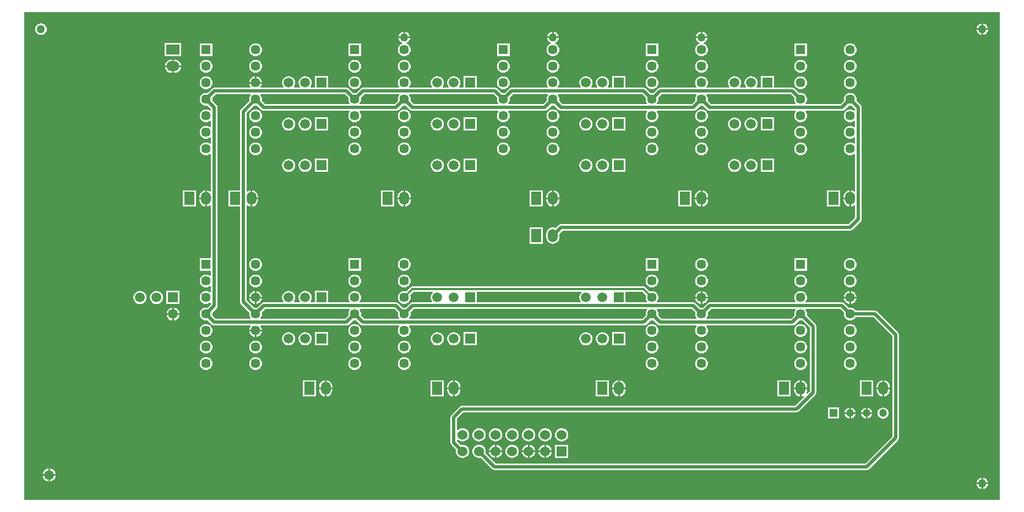
<source format=gtl>
G04*
G04 #@! TF.GenerationSoftware,Altium Limited,Altium Designer,20.0.14 (345)*
G04*
G04 Layer_Physical_Order=1*
G04 Layer_Color=255*
%FSLAX25Y25*%
%MOIN*%
G70*
G01*
G75*
%ADD20C,0.04724*%
%ADD21R,0.04724X0.04724*%
%ADD28C,0.02000*%
%ADD29C,0.01200*%
%ADD30R,0.05937X0.07874*%
%ADD31O,0.05937X0.07874*%
%ADD32R,0.05937X0.05937*%
%ADD33C,0.05937*%
%ADD34C,0.05709*%
%ADD35R,0.05709X0.05709*%
%ADD36C,0.06024*%
%ADD37R,0.06024X0.06024*%
%ADD38R,0.07874X0.05937*%
%ADD39O,0.07874X0.05937*%
%ADD40C,0.05906*%
%ADD41C,0.05000*%
G36*
X590551Y0D02*
X0D01*
Y295276D01*
X590551D01*
Y0D01*
D02*
G37*
%LPC*%
G36*
X580500Y288464D02*
Y285500D01*
X583464D01*
X583410Y285914D01*
X583057Y286765D01*
X582496Y287496D01*
X581765Y288057D01*
X580914Y288410D01*
X580500Y288464D01*
D02*
G37*
G36*
X579500D02*
X579086Y288410D01*
X578235Y288057D01*
X577504Y287496D01*
X576943Y286765D01*
X576590Y285914D01*
X576536Y285500D01*
X579500D01*
Y288464D01*
D02*
G37*
G36*
X583464Y284500D02*
X580500D01*
Y281536D01*
X580914Y281590D01*
X581765Y281943D01*
X582496Y282504D01*
X583057Y283235D01*
X583410Y284086D01*
X583464Y284500D01*
D02*
G37*
G36*
X579500D02*
X576536D01*
X576590Y284086D01*
X576943Y283235D01*
X577504Y282504D01*
X578235Y281943D01*
X579086Y281590D01*
X579500Y281536D01*
Y284500D01*
D02*
G37*
G36*
X10000Y288530D02*
X9086Y288410D01*
X8235Y288057D01*
X7504Y287496D01*
X6943Y286765D01*
X6590Y285914D01*
X6470Y285000D01*
X6590Y284086D01*
X6943Y283235D01*
X7504Y282504D01*
X8235Y281943D01*
X9086Y281590D01*
X10000Y281470D01*
X10914Y281590D01*
X11765Y281943D01*
X12496Y282504D01*
X13057Y283235D01*
X13410Y284086D01*
X13530Y285000D01*
X13410Y285914D01*
X13057Y286765D01*
X12496Y287496D01*
X11765Y288057D01*
X10914Y288410D01*
X10000Y288530D01*
D02*
G37*
G36*
X410500Y283464D02*
Y280500D01*
X413464D01*
X413410Y280914D01*
X413057Y281765D01*
X412496Y282496D01*
X411765Y283057D01*
X410914Y283410D01*
X410500Y283464D01*
D02*
G37*
G36*
X409500D02*
X409086Y283410D01*
X408235Y283057D01*
X407504Y282496D01*
X406943Y281765D01*
X406590Y280914D01*
X406536Y280500D01*
X409500D01*
Y283464D01*
D02*
G37*
G36*
X320500D02*
Y280500D01*
X323464D01*
X323410Y280914D01*
X323057Y281765D01*
X322496Y282496D01*
X321765Y283057D01*
X320914Y283410D01*
X320500Y283464D01*
D02*
G37*
G36*
X319500D02*
X319086Y283410D01*
X318235Y283057D01*
X317504Y282496D01*
X316943Y281765D01*
X316590Y280914D01*
X316536Y280500D01*
X319500D01*
Y283464D01*
D02*
G37*
G36*
X230500D02*
Y280500D01*
X233464D01*
X233410Y280914D01*
X233057Y281765D01*
X232496Y282496D01*
X231765Y283057D01*
X230914Y283410D01*
X230500Y283464D01*
D02*
G37*
G36*
X229500D02*
X229086Y283410D01*
X228235Y283057D01*
X227504Y282496D01*
X226943Y281765D01*
X226590Y280914D01*
X226536Y280500D01*
X229500D01*
Y283464D01*
D02*
G37*
G36*
X473854Y276354D02*
X466146D01*
Y268646D01*
X473854D01*
Y276354D01*
D02*
G37*
G36*
X383854D02*
X376146D01*
Y268646D01*
X383854D01*
Y276354D01*
D02*
G37*
G36*
X293854D02*
X286146D01*
Y268646D01*
X293854D01*
Y276354D01*
D02*
G37*
G36*
X203854D02*
X196146D01*
Y268646D01*
X203854D01*
Y276354D01*
D02*
G37*
G36*
X113854D02*
X106146D01*
Y268646D01*
X113854D01*
Y276354D01*
D02*
G37*
G36*
X500000Y276388D02*
X498994Y276255D01*
X498056Y275867D01*
X497251Y275249D01*
X496633Y274444D01*
X496245Y273506D01*
X496112Y272500D01*
X496245Y271494D01*
X496633Y270556D01*
X497251Y269751D01*
X498056Y269133D01*
X498994Y268745D01*
X500000Y268612D01*
X501006Y268745D01*
X501944Y269133D01*
X502749Y269751D01*
X503367Y270556D01*
X503755Y271494D01*
X503888Y272500D01*
X503755Y273506D01*
X503367Y274444D01*
X502749Y275249D01*
X501944Y275867D01*
X501006Y276255D01*
X500000Y276388D01*
D02*
G37*
G36*
X413464Y279500D02*
X406536D01*
X406590Y279086D01*
X406943Y278235D01*
X407504Y277504D01*
X408235Y276943D01*
X408791Y276712D01*
Y276171D01*
X408056Y275867D01*
X407251Y275249D01*
X406633Y274444D01*
X406245Y273506D01*
X406112Y272500D01*
X406245Y271494D01*
X406633Y270556D01*
X407251Y269751D01*
X408056Y269133D01*
X408994Y268745D01*
X410000Y268612D01*
X411006Y268745D01*
X411944Y269133D01*
X412749Y269751D01*
X413367Y270556D01*
X413755Y271494D01*
X413888Y272500D01*
X413755Y273506D01*
X413367Y274444D01*
X412749Y275249D01*
X411944Y275867D01*
X411209Y276171D01*
Y276712D01*
X411765Y276943D01*
X412496Y277504D01*
X413057Y278235D01*
X413410Y279086D01*
X413464Y279500D01*
D02*
G37*
G36*
X323464D02*
X316536D01*
X316590Y279086D01*
X316943Y278235D01*
X317504Y277504D01*
X318235Y276943D01*
X318791Y276712D01*
Y276171D01*
X318056Y275867D01*
X317251Y275249D01*
X316633Y274444D01*
X316245Y273506D01*
X316112Y272500D01*
X316245Y271494D01*
X316633Y270556D01*
X317251Y269751D01*
X318056Y269133D01*
X318994Y268745D01*
X320000Y268612D01*
X321006Y268745D01*
X321944Y269133D01*
X322749Y269751D01*
X323367Y270556D01*
X323755Y271494D01*
X323888Y272500D01*
X323755Y273506D01*
X323367Y274444D01*
X322749Y275249D01*
X321944Y275867D01*
X321209Y276171D01*
Y276712D01*
X321765Y276943D01*
X322496Y277504D01*
X323057Y278235D01*
X323410Y279086D01*
X323464Y279500D01*
D02*
G37*
G36*
X233464D02*
X226536D01*
X226590Y279086D01*
X226943Y278235D01*
X227504Y277504D01*
X228235Y276943D01*
X228791Y276712D01*
Y276171D01*
X228056Y275867D01*
X227251Y275249D01*
X226633Y274444D01*
X226245Y273506D01*
X226112Y272500D01*
X226245Y271494D01*
X226633Y270556D01*
X227251Y269751D01*
X228056Y269133D01*
X228994Y268745D01*
X230000Y268612D01*
X231006Y268745D01*
X231944Y269133D01*
X232749Y269751D01*
X233367Y270556D01*
X233755Y271494D01*
X233888Y272500D01*
X233755Y273506D01*
X233367Y274444D01*
X232749Y275249D01*
X231944Y275867D01*
X231209Y276171D01*
Y276712D01*
X231765Y276943D01*
X232496Y277504D01*
X233057Y278235D01*
X233410Y279086D01*
X233464Y279500D01*
D02*
G37*
G36*
X140000Y276388D02*
X138994Y276255D01*
X138056Y275867D01*
X137251Y275249D01*
X136633Y274444D01*
X136245Y273506D01*
X136112Y272500D01*
X136245Y271494D01*
X136633Y270556D01*
X137251Y269751D01*
X138056Y269133D01*
X138994Y268745D01*
X140000Y268612D01*
X141006Y268745D01*
X141944Y269133D01*
X142749Y269751D01*
X143367Y270556D01*
X143755Y271494D01*
X143888Y272500D01*
X143755Y273506D01*
X143367Y274444D01*
X142749Y275249D01*
X141944Y275867D01*
X141006Y276255D01*
X140000Y276388D01*
D02*
G37*
G36*
X94937Y276468D02*
X85063D01*
Y268531D01*
X94937D01*
Y276468D01*
D02*
G37*
G36*
X90969Y266503D02*
X90500D01*
Y263000D01*
X94905D01*
X94835Y263536D01*
X94435Y264501D01*
X93799Y265330D01*
X92970Y265967D01*
X92005Y266366D01*
X90969Y266503D01*
D02*
G37*
G36*
X89500D02*
X89031D01*
X87995Y266366D01*
X87030Y265967D01*
X86201Y265330D01*
X85565Y264501D01*
X85165Y263536D01*
X85095Y263000D01*
X89500D01*
Y266503D01*
D02*
G37*
G36*
X500000Y266388D02*
X498994Y266255D01*
X498056Y265867D01*
X497251Y265249D01*
X496633Y264444D01*
X496245Y263506D01*
X496112Y262500D01*
X496245Y261494D01*
X496633Y260556D01*
X497251Y259751D01*
X498056Y259133D01*
X498994Y258745D01*
X500000Y258612D01*
X501006Y258745D01*
X501944Y259133D01*
X502749Y259751D01*
X503367Y260556D01*
X503755Y261494D01*
X503888Y262500D01*
X503755Y263506D01*
X503367Y264444D01*
X502749Y265249D01*
X501944Y265867D01*
X501006Y266255D01*
X500000Y266388D01*
D02*
G37*
G36*
X470000D02*
X468994Y266255D01*
X468056Y265867D01*
X467251Y265249D01*
X466633Y264444D01*
X466245Y263506D01*
X466112Y262500D01*
X466245Y261494D01*
X466633Y260556D01*
X467251Y259751D01*
X468056Y259133D01*
X468994Y258745D01*
X470000Y258612D01*
X471006Y258745D01*
X471944Y259133D01*
X472749Y259751D01*
X473367Y260556D01*
X473755Y261494D01*
X473888Y262500D01*
X473755Y263506D01*
X473367Y264444D01*
X472749Y265249D01*
X471944Y265867D01*
X471006Y266255D01*
X470000Y266388D01*
D02*
G37*
G36*
X410000D02*
X408994Y266255D01*
X408056Y265867D01*
X407251Y265249D01*
X406633Y264444D01*
X406245Y263506D01*
X406112Y262500D01*
X406245Y261494D01*
X406633Y260556D01*
X407251Y259751D01*
X408056Y259133D01*
X408994Y258745D01*
X410000Y258612D01*
X411006Y258745D01*
X411944Y259133D01*
X412749Y259751D01*
X413367Y260556D01*
X413755Y261494D01*
X413888Y262500D01*
X413755Y263506D01*
X413367Y264444D01*
X412749Y265249D01*
X411944Y265867D01*
X411006Y266255D01*
X410000Y266388D01*
D02*
G37*
G36*
X380000D02*
X378994Y266255D01*
X378056Y265867D01*
X377251Y265249D01*
X376633Y264444D01*
X376245Y263506D01*
X376112Y262500D01*
X376245Y261494D01*
X376633Y260556D01*
X377251Y259751D01*
X378056Y259133D01*
X378994Y258745D01*
X380000Y258612D01*
X381006Y258745D01*
X381944Y259133D01*
X382749Y259751D01*
X383367Y260556D01*
X383755Y261494D01*
X383888Y262500D01*
X383755Y263506D01*
X383367Y264444D01*
X382749Y265249D01*
X381944Y265867D01*
X381006Y266255D01*
X380000Y266388D01*
D02*
G37*
G36*
X320000D02*
X318994Y266255D01*
X318056Y265867D01*
X317251Y265249D01*
X316633Y264444D01*
X316245Y263506D01*
X316112Y262500D01*
X316245Y261494D01*
X316633Y260556D01*
X317251Y259751D01*
X318056Y259133D01*
X318994Y258745D01*
X320000Y258612D01*
X321006Y258745D01*
X321944Y259133D01*
X322749Y259751D01*
X323367Y260556D01*
X323755Y261494D01*
X323888Y262500D01*
X323755Y263506D01*
X323367Y264444D01*
X322749Y265249D01*
X321944Y265867D01*
X321006Y266255D01*
X320000Y266388D01*
D02*
G37*
G36*
X290000D02*
X288994Y266255D01*
X288056Y265867D01*
X287251Y265249D01*
X286633Y264444D01*
X286245Y263506D01*
X286112Y262500D01*
X286245Y261494D01*
X286633Y260556D01*
X287251Y259751D01*
X288056Y259133D01*
X288994Y258745D01*
X290000Y258612D01*
X291006Y258745D01*
X291944Y259133D01*
X292749Y259751D01*
X293367Y260556D01*
X293755Y261494D01*
X293888Y262500D01*
X293755Y263506D01*
X293367Y264444D01*
X292749Y265249D01*
X291944Y265867D01*
X291006Y266255D01*
X290000Y266388D01*
D02*
G37*
G36*
X230000D02*
X228994Y266255D01*
X228056Y265867D01*
X227251Y265249D01*
X226633Y264444D01*
X226245Y263506D01*
X226112Y262500D01*
X226245Y261494D01*
X226633Y260556D01*
X227251Y259751D01*
X228056Y259133D01*
X228994Y258745D01*
X230000Y258612D01*
X231006Y258745D01*
X231944Y259133D01*
X232749Y259751D01*
X233367Y260556D01*
X233755Y261494D01*
X233888Y262500D01*
X233755Y263506D01*
X233367Y264444D01*
X232749Y265249D01*
X231944Y265867D01*
X231006Y266255D01*
X230000Y266388D01*
D02*
G37*
G36*
X200000D02*
X198994Y266255D01*
X198056Y265867D01*
X197251Y265249D01*
X196633Y264444D01*
X196245Y263506D01*
X196112Y262500D01*
X196245Y261494D01*
X196633Y260556D01*
X197251Y259751D01*
X198056Y259133D01*
X198994Y258745D01*
X200000Y258612D01*
X201006Y258745D01*
X201944Y259133D01*
X202749Y259751D01*
X203367Y260556D01*
X203755Y261494D01*
X203888Y262500D01*
X203755Y263506D01*
X203367Y264444D01*
X202749Y265249D01*
X201944Y265867D01*
X201006Y266255D01*
X200000Y266388D01*
D02*
G37*
G36*
X140000D02*
X138994Y266255D01*
X138056Y265867D01*
X137251Y265249D01*
X136633Y264444D01*
X136245Y263506D01*
X136112Y262500D01*
X136245Y261494D01*
X136633Y260556D01*
X137251Y259751D01*
X138056Y259133D01*
X138994Y258745D01*
X140000Y258612D01*
X141006Y258745D01*
X141944Y259133D01*
X142749Y259751D01*
X143367Y260556D01*
X143755Y261494D01*
X143888Y262500D01*
X143755Y263506D01*
X143367Y264444D01*
X142749Y265249D01*
X141944Y265867D01*
X141006Y266255D01*
X140000Y266388D01*
D02*
G37*
G36*
X110000D02*
X108994Y266255D01*
X108056Y265867D01*
X107251Y265249D01*
X106633Y264444D01*
X106245Y263506D01*
X106112Y262500D01*
X106245Y261494D01*
X106633Y260556D01*
X107251Y259751D01*
X108056Y259133D01*
X108994Y258745D01*
X110000Y258612D01*
X111006Y258745D01*
X111944Y259133D01*
X112749Y259751D01*
X113367Y260556D01*
X113755Y261494D01*
X113888Y262500D01*
X113755Y263506D01*
X113367Y264444D01*
X112749Y265249D01*
X111944Y265867D01*
X111006Y266255D01*
X110000Y266388D01*
D02*
G37*
G36*
X94905Y262000D02*
X90500D01*
Y258497D01*
X90969D01*
X92005Y258634D01*
X92970Y259033D01*
X93799Y259670D01*
X94435Y260499D01*
X94835Y261464D01*
X94905Y262000D01*
D02*
G37*
G36*
X89500D02*
X85095D01*
X85165Y261464D01*
X85565Y260499D01*
X86201Y259670D01*
X87030Y259033D01*
X87995Y258634D01*
X89031Y258497D01*
X89500D01*
Y262000D01*
D02*
G37*
G36*
X140500Y256322D02*
Y253000D01*
X143822D01*
X143755Y253506D01*
X143367Y254444D01*
X142749Y255249D01*
X141944Y255867D01*
X141006Y256255D01*
X140500Y256322D01*
D02*
G37*
G36*
X139500D02*
X138994Y256255D01*
X138056Y255867D01*
X137251Y255249D01*
X136633Y254444D01*
X136245Y253506D01*
X136178Y253000D01*
X139500D01*
Y256322D01*
D02*
G37*
G36*
X440000Y256503D02*
X438964Y256366D01*
X437999Y255966D01*
X437170Y255330D01*
X436533Y254501D01*
X436134Y253536D01*
X435997Y252500D01*
X436134Y251464D01*
X436533Y250499D01*
X436886Y250039D01*
X436639Y249539D01*
X433360D01*
X433114Y250039D01*
X433466Y250499D01*
X433866Y251464D01*
X434003Y252500D01*
X433866Y253536D01*
X433466Y254501D01*
X432830Y255330D01*
X432001Y255966D01*
X431036Y256366D01*
X430000Y256503D01*
X428964Y256366D01*
X427999Y255966D01*
X427170Y255330D01*
X426534Y254501D01*
X426134Y253536D01*
X425997Y252500D01*
X426134Y251464D01*
X426534Y250499D01*
X426886Y250039D01*
X426640Y249539D01*
X413217D01*
X412970Y250039D01*
X413367Y250556D01*
X413755Y251494D01*
X413888Y252500D01*
X413755Y253506D01*
X413367Y254444D01*
X412749Y255249D01*
X411944Y255867D01*
X411006Y256255D01*
X410000Y256388D01*
X408994Y256255D01*
X408056Y255867D01*
X407251Y255249D01*
X406633Y254444D01*
X406245Y253506D01*
X406112Y252500D01*
X406245Y251494D01*
X406633Y250556D01*
X407030Y250039D01*
X406783Y249539D01*
X385000D01*
X384220Y249384D01*
X383558Y248942D01*
X380887Y246271D01*
X380000Y246388D01*
X379113Y246271D01*
X376442Y248942D01*
X375780Y249384D01*
X375000Y249539D01*
X363968D01*
Y256469D01*
X356031D01*
Y249539D01*
X353361D01*
X353114Y250039D01*
X353467Y250499D01*
X353866Y251464D01*
X354003Y252500D01*
X353866Y253536D01*
X353467Y254501D01*
X352830Y255330D01*
X352001Y255966D01*
X351036Y256366D01*
X350000Y256503D01*
X348964Y256366D01*
X347999Y255966D01*
X347170Y255330D01*
X346533Y254501D01*
X346134Y253536D01*
X345997Y252500D01*
X346134Y251464D01*
X346533Y250499D01*
X346886Y250039D01*
X346639Y249539D01*
X343360D01*
X343114Y250039D01*
X343466Y250499D01*
X343866Y251464D01*
X344003Y252500D01*
X343866Y253536D01*
X343466Y254501D01*
X342830Y255330D01*
X342001Y255966D01*
X341036Y256366D01*
X340000Y256503D01*
X338964Y256366D01*
X337999Y255966D01*
X337170Y255330D01*
X336533Y254501D01*
X336134Y253536D01*
X335997Y252500D01*
X336134Y251464D01*
X336533Y250499D01*
X336886Y250039D01*
X336639Y249539D01*
X323217D01*
X322970Y250039D01*
X323367Y250556D01*
X323755Y251494D01*
X323888Y252500D01*
X323755Y253506D01*
X323367Y254444D01*
X322749Y255249D01*
X321944Y255867D01*
X321006Y256255D01*
X320000Y256388D01*
X318994Y256255D01*
X318056Y255867D01*
X317251Y255249D01*
X316633Y254444D01*
X316245Y253506D01*
X316112Y252500D01*
X316245Y251494D01*
X316633Y250556D01*
X317030Y250039D01*
X316783Y249539D01*
X295000D01*
X294220Y249384D01*
X293558Y248942D01*
X290887Y246271D01*
X290000Y246388D01*
X289113Y246271D01*
X286442Y248942D01*
X285780Y249384D01*
X285000Y249539D01*
X273969D01*
Y256469D01*
X266032D01*
Y249539D01*
X263361D01*
X263114Y250039D01*
X263467Y250499D01*
X263866Y251464D01*
X264003Y252500D01*
X263866Y253536D01*
X263467Y254501D01*
X262830Y255330D01*
X262001Y255966D01*
X261036Y256366D01*
X260000Y256503D01*
X258964Y256366D01*
X257999Y255966D01*
X257170Y255330D01*
X256534Y254501D01*
X256134Y253536D01*
X255997Y252500D01*
X256134Y251464D01*
X256534Y250499D01*
X256886Y250039D01*
X256640Y249539D01*
X253361D01*
X253114Y250039D01*
X253467Y250499D01*
X253866Y251464D01*
X254003Y252500D01*
X253866Y253536D01*
X253467Y254501D01*
X252830Y255330D01*
X252001Y255966D01*
X251036Y256366D01*
X250000Y256503D01*
X248964Y256366D01*
X247999Y255966D01*
X247170Y255330D01*
X246533Y254501D01*
X246134Y253536D01*
X245997Y252500D01*
X246134Y251464D01*
X246533Y250499D01*
X246886Y250039D01*
X246639Y249539D01*
X233217D01*
X232970Y250039D01*
X233367Y250556D01*
X233755Y251494D01*
X233888Y252500D01*
X233755Y253506D01*
X233367Y254444D01*
X232749Y255249D01*
X231944Y255867D01*
X231006Y256255D01*
X230000Y256388D01*
X228994Y256255D01*
X228056Y255867D01*
X227251Y255249D01*
X226633Y254444D01*
X226245Y253506D01*
X226112Y252500D01*
X226245Y251494D01*
X226633Y250556D01*
X227030Y250039D01*
X226783Y249539D01*
X205000D01*
X204220Y249384D01*
X203558Y248942D01*
X200887Y246271D01*
X200000Y246388D01*
X199113Y246271D01*
X196442Y248942D01*
X195780Y249384D01*
X195000Y249539D01*
X183968D01*
Y256469D01*
X176031D01*
Y249539D01*
X173361D01*
X173114Y250039D01*
X173467Y250499D01*
X173866Y251464D01*
X174003Y252500D01*
X173866Y253536D01*
X173467Y254501D01*
X172830Y255330D01*
X172001Y255966D01*
X171036Y256366D01*
X170000Y256503D01*
X168964Y256366D01*
X167999Y255966D01*
X167170Y255330D01*
X166534Y254501D01*
X166134Y253536D01*
X165997Y252500D01*
X166134Y251464D01*
X166534Y250499D01*
X166886Y250039D01*
X166639Y249539D01*
X163361D01*
X163114Y250039D01*
X163467Y250499D01*
X163866Y251464D01*
X164003Y252500D01*
X163866Y253536D01*
X163467Y254501D01*
X162830Y255330D01*
X162001Y255966D01*
X161036Y256366D01*
X160000Y256503D01*
X158964Y256366D01*
X157999Y255966D01*
X157170Y255330D01*
X156534Y254501D01*
X156134Y253536D01*
X155997Y252500D01*
X156134Y251464D01*
X156534Y250499D01*
X156886Y250039D01*
X156640Y249539D01*
X143217D01*
X142970Y250039D01*
X143367Y250556D01*
X143755Y251494D01*
X143822Y252000D01*
X140000D01*
X136178D01*
X136245Y251494D01*
X136633Y250556D01*
X137030Y250039D01*
X136783Y249539D01*
X115000D01*
X114220Y249384D01*
X113558Y248942D01*
X110887Y246271D01*
X110000Y246388D01*
X108994Y246255D01*
X108056Y245867D01*
X107251Y245249D01*
X106633Y244444D01*
X106245Y243506D01*
X106112Y242500D01*
X106245Y241494D01*
X106633Y240556D01*
X107251Y239751D01*
X108056Y239133D01*
X108994Y238745D01*
X110000Y238612D01*
X110887Y238729D01*
X112961Y236655D01*
Y235717D01*
X112461Y235470D01*
X111944Y235867D01*
X111006Y236255D01*
X110000Y236388D01*
X108994Y236255D01*
X108056Y235867D01*
X107251Y235249D01*
X106633Y234444D01*
X106245Y233506D01*
X106112Y232500D01*
X106245Y231494D01*
X106633Y230556D01*
X107251Y229751D01*
X108056Y229133D01*
X108994Y228745D01*
X110000Y228612D01*
X111006Y228745D01*
X111944Y229133D01*
X112461Y229530D01*
X112961Y229283D01*
Y225717D01*
X112461Y225470D01*
X111944Y225867D01*
X111006Y226255D01*
X110000Y226388D01*
X108994Y226255D01*
X108056Y225867D01*
X107251Y225249D01*
X106633Y224444D01*
X106245Y223506D01*
X106112Y222500D01*
X106245Y221494D01*
X106633Y220556D01*
X107251Y219751D01*
X108056Y219133D01*
X108994Y218745D01*
X110000Y218612D01*
X111006Y218745D01*
X111944Y219133D01*
X112461Y219530D01*
X112961Y219283D01*
Y215717D01*
X112461Y215470D01*
X111944Y215867D01*
X111006Y216255D01*
X110000Y216388D01*
X108994Y216255D01*
X108056Y215867D01*
X107251Y215249D01*
X106633Y214444D01*
X106245Y213506D01*
X106112Y212500D01*
X106245Y211494D01*
X106633Y210556D01*
X107251Y209751D01*
X108056Y209133D01*
X108994Y208745D01*
X110000Y208612D01*
X111006Y208745D01*
X111944Y209133D01*
X112461Y209530D01*
X112961Y209283D01*
Y186829D01*
X112461Y186582D01*
X112001Y186935D01*
X111036Y187335D01*
X110500Y187405D01*
Y182500D01*
Y177595D01*
X111036Y177665D01*
X112001Y178065D01*
X112461Y178418D01*
X112961Y178171D01*
Y146354D01*
X106146D01*
Y138646D01*
X112961D01*
Y135717D01*
X112461Y135470D01*
X111944Y135867D01*
X111006Y136255D01*
X110000Y136388D01*
X108994Y136255D01*
X108056Y135867D01*
X107251Y135249D01*
X106633Y134444D01*
X106245Y133506D01*
X106112Y132500D01*
X106245Y131494D01*
X106633Y130556D01*
X107251Y129751D01*
X108056Y129133D01*
X108994Y128745D01*
X110000Y128612D01*
X111006Y128745D01*
X111944Y129133D01*
X112461Y129530D01*
X112961Y129283D01*
Y125717D01*
X112461Y125470D01*
X111944Y125867D01*
X111006Y126255D01*
X110000Y126388D01*
X108994Y126255D01*
X108056Y125867D01*
X107251Y125249D01*
X106633Y124444D01*
X106245Y123506D01*
X106112Y122500D01*
X106245Y121494D01*
X106633Y120556D01*
X107251Y119751D01*
X108056Y119133D01*
X108994Y118745D01*
X110000Y118612D01*
X111006Y118745D01*
X111944Y119133D01*
X112461Y119530D01*
X112961Y119283D01*
Y118345D01*
X110887Y116271D01*
X110000Y116388D01*
X108994Y116255D01*
X108056Y115867D01*
X107251Y115249D01*
X106633Y114444D01*
X106245Y113506D01*
X106112Y112500D01*
X106245Y111494D01*
X106633Y110556D01*
X107251Y109751D01*
X108056Y109133D01*
X108994Y108745D01*
X110000Y108612D01*
X110887Y108729D01*
X113558Y106058D01*
X114220Y105616D01*
X115000Y105461D01*
X136783D01*
X137030Y104961D01*
X136633Y104444D01*
X136245Y103506D01*
X136178Y103000D01*
X140000D01*
X143822D01*
X143755Y103506D01*
X143367Y104444D01*
X142970Y104961D01*
X143217Y105461D01*
X195000D01*
X195780Y105616D01*
X196442Y106058D01*
X199113Y108729D01*
X200000Y108612D01*
X200887Y108729D01*
X203558Y106058D01*
X204220Y105616D01*
X205000Y105461D01*
X226783D01*
X227030Y104961D01*
X226633Y104444D01*
X226245Y103506D01*
X226112Y102500D01*
X226245Y101494D01*
X226633Y100556D01*
X227251Y99751D01*
X228056Y99133D01*
X228994Y98745D01*
X230000Y98612D01*
X231006Y98745D01*
X231944Y99133D01*
X232749Y99751D01*
X233367Y100556D01*
X233755Y101494D01*
X233888Y102500D01*
X233755Y103506D01*
X233367Y104444D01*
X232970Y104961D01*
X233217Y105461D01*
X375000D01*
X375780Y105616D01*
X376442Y106058D01*
X379113Y108729D01*
X380000Y108612D01*
X380887Y108729D01*
X383558Y106058D01*
X384220Y105616D01*
X385000Y105461D01*
X406783D01*
X407030Y104961D01*
X406633Y104444D01*
X406245Y103506D01*
X406112Y102500D01*
X406245Y101494D01*
X406633Y100556D01*
X407251Y99751D01*
X408056Y99133D01*
X408994Y98745D01*
X410000Y98612D01*
X411006Y98745D01*
X411944Y99133D01*
X412749Y99751D01*
X413367Y100556D01*
X413755Y101494D01*
X413888Y102500D01*
X413755Y103506D01*
X413367Y104444D01*
X412970Y104961D01*
X413217Y105461D01*
X465000D01*
X465780Y105616D01*
X466442Y106058D01*
X469113Y108729D01*
X470000Y108612D01*
X470887Y108729D01*
X475461Y104155D01*
Y65845D01*
X473871Y64255D01*
X473466Y64530D01*
X473866Y65496D01*
X474003Y66531D01*
Y67000D01*
X470500D01*
Y62595D01*
X471036Y62665D01*
X472001Y63065D01*
X472277Y62661D01*
X466655Y57039D01*
X265000D01*
X264220Y56884D01*
X263558Y56442D01*
X258558Y51442D01*
X258116Y50780D01*
X257961Y50000D01*
Y34646D01*
X258116Y33865D01*
X258558Y33204D01*
X261364Y30397D01*
X261229Y29370D01*
X261367Y28323D01*
X261771Y27347D01*
X262414Y26509D01*
X263252Y25866D01*
X264228Y25462D01*
X265276Y25324D01*
X266323Y25462D01*
X267299Y25866D01*
X268137Y26509D01*
X268780Y27347D01*
X269184Y28323D01*
X269322Y29370D01*
X269184Y30417D01*
X268780Y31393D01*
X268137Y32231D01*
X267299Y32874D01*
X266323Y33279D01*
X265276Y33417D01*
X264248Y33281D01*
X262039Y35490D01*
Y36235D01*
X262539Y36413D01*
X263252Y35866D01*
X264228Y35462D01*
X265276Y35324D01*
X266323Y35462D01*
X267299Y35866D01*
X268137Y36509D01*
X268780Y37347D01*
X269184Y38323D01*
X269322Y39370D01*
X269184Y40417D01*
X268780Y41393D01*
X268137Y42231D01*
X267299Y42874D01*
X266323Y43279D01*
X265276Y43417D01*
X264228Y43279D01*
X263252Y42874D01*
X262539Y42327D01*
X262039Y42505D01*
Y49155D01*
X265845Y52961D01*
X467500D01*
X468280Y53116D01*
X468942Y53558D01*
X478942Y63558D01*
X478942Y63558D01*
X479384Y64220D01*
X479539Y65000D01*
X479539Y65000D01*
Y105000D01*
X479384Y105780D01*
X478942Y106442D01*
X473771Y111613D01*
X473888Y112500D01*
X473755Y113506D01*
X473367Y114444D01*
X472970Y114961D01*
X473217Y115461D01*
X494155D01*
X496229Y113387D01*
X496112Y112500D01*
X496245Y111494D01*
X496633Y110556D01*
X497251Y109751D01*
X498056Y109133D01*
X498994Y108745D01*
X500000Y108612D01*
X501006Y108745D01*
X501944Y109133D01*
X502749Y109751D01*
X503294Y110461D01*
X514155D01*
X525461Y99155D01*
Y38345D01*
X509155Y22039D01*
X285490D01*
X279187Y28343D01*
X279322Y29370D01*
X279184Y30417D01*
X278780Y31393D01*
X278137Y32231D01*
X277299Y32874D01*
X276323Y33279D01*
X275276Y33417D01*
X274228Y33279D01*
X273252Y32874D01*
X272414Y32231D01*
X271771Y31393D01*
X271367Y30417D01*
X271229Y29370D01*
X271367Y28323D01*
X271771Y27347D01*
X272414Y26509D01*
X273252Y25866D01*
X274228Y25462D01*
X275276Y25324D01*
X276303Y25459D01*
X283204Y18558D01*
X283865Y18116D01*
X284646Y17961D01*
X510000D01*
X510780Y18116D01*
X511442Y18558D01*
X528942Y36058D01*
X529384Y36720D01*
X529539Y37500D01*
Y100000D01*
X529384Y100780D01*
X528942Y101442D01*
X516442Y113942D01*
X515780Y114384D01*
X515000Y114539D01*
X503294D01*
X502749Y115249D01*
X501944Y115867D01*
X501006Y116255D01*
X500000Y116388D01*
X499113Y116271D01*
X496442Y118942D01*
X495780Y119384D01*
X495000Y119539D01*
X473217D01*
X472970Y120039D01*
X473367Y120556D01*
X473755Y121494D01*
X473888Y122500D01*
X473755Y123506D01*
X473367Y124444D01*
X472749Y125249D01*
X471944Y125867D01*
X471006Y126255D01*
X470000Y126388D01*
X468994Y126255D01*
X468056Y125867D01*
X467251Y125249D01*
X466633Y124444D01*
X466245Y123506D01*
X466112Y122500D01*
X466245Y121494D01*
X466633Y120556D01*
X467030Y120039D01*
X466783Y119539D01*
X415000D01*
X414220Y119384D01*
X413558Y118942D01*
X410887Y116271D01*
X410000Y116388D01*
X409113Y116271D01*
X406442Y118942D01*
X405780Y119384D01*
X405000Y119539D01*
X383217D01*
X382970Y120039D01*
X383367Y120556D01*
X383755Y121494D01*
X383888Y122500D01*
X383755Y123506D01*
X383367Y124444D01*
X382749Y125249D01*
X381944Y125867D01*
X381006Y126255D01*
X380000Y126388D01*
X378994Y126255D01*
X378681Y126126D01*
X376153Y128654D01*
X375624Y129007D01*
X375000Y129131D01*
X235000D01*
X234376Y129007D01*
X233846Y128654D01*
X231319Y126126D01*
X231006Y126255D01*
X230000Y126388D01*
X228994Y126255D01*
X228056Y125867D01*
X227251Y125249D01*
X226633Y124444D01*
X226245Y123506D01*
X226112Y122500D01*
X226245Y121494D01*
X226633Y120556D01*
X227251Y119751D01*
X228056Y119133D01*
X228994Y118745D01*
X230000Y118612D01*
X231006Y118745D01*
X231944Y119133D01*
X232749Y119751D01*
X233367Y120556D01*
X233755Y121494D01*
X233888Y122500D01*
X233755Y123506D01*
X233626Y123819D01*
X235676Y125869D01*
X247093D01*
X247254Y125395D01*
X247170Y125330D01*
X246533Y124501D01*
X246134Y123536D01*
X245997Y122500D01*
X246134Y121464D01*
X246533Y120499D01*
X246886Y120039D01*
X246639Y119539D01*
X235000D01*
X234220Y119384D01*
X233558Y118942D01*
X230887Y116271D01*
X230000Y116388D01*
X229113Y116271D01*
X226442Y118942D01*
X225780Y119384D01*
X225000Y119539D01*
X203217D01*
X202970Y120039D01*
X203367Y120556D01*
X203755Y121494D01*
X203888Y122500D01*
X203755Y123506D01*
X203367Y124444D01*
X202749Y125249D01*
X201944Y125867D01*
X201006Y126255D01*
X200000Y126388D01*
X198994Y126255D01*
X198056Y125867D01*
X197251Y125249D01*
X196633Y124444D01*
X196245Y123506D01*
X196112Y122500D01*
X196245Y121494D01*
X196633Y120556D01*
X197030Y120039D01*
X196783Y119539D01*
X183968D01*
Y126469D01*
X176031D01*
Y119539D01*
X173361D01*
X173114Y120039D01*
X173467Y120499D01*
X173866Y121464D01*
X174003Y122500D01*
X173866Y123536D01*
X173467Y124501D01*
X172830Y125330D01*
X172001Y125967D01*
X171036Y126366D01*
X170000Y126503D01*
X168964Y126366D01*
X167999Y125967D01*
X167170Y125330D01*
X166534Y124501D01*
X166134Y123536D01*
X165997Y122500D01*
X166134Y121464D01*
X166534Y120499D01*
X166886Y120039D01*
X166639Y119539D01*
X163361D01*
X163114Y120039D01*
X163467Y120499D01*
X163866Y121464D01*
X164003Y122500D01*
X163866Y123536D01*
X163467Y124501D01*
X162830Y125330D01*
X162001Y125967D01*
X161036Y126366D01*
X160000Y126503D01*
X158964Y126366D01*
X157999Y125967D01*
X157170Y125330D01*
X156534Y124501D01*
X156134Y123536D01*
X155997Y122500D01*
X156134Y121464D01*
X156534Y120499D01*
X156886Y120039D01*
X156640Y119539D01*
X145000D01*
X144220Y119384D01*
X143558Y118942D01*
X140887Y116271D01*
X140000Y116388D01*
X139113Y116271D01*
X134539Y120845D01*
Y178171D01*
X135039Y178418D01*
X135499Y178065D01*
X136464Y177665D01*
X137000Y177595D01*
Y182500D01*
Y187405D01*
X136464Y187335D01*
X135499Y186935D01*
X135039Y186582D01*
X134539Y186829D01*
Y234155D01*
X139113Y238729D01*
X140000Y238612D01*
X140887Y238729D01*
X143558Y236058D01*
X144220Y235616D01*
X145000Y235461D01*
X196783D01*
X197030Y234961D01*
X196633Y234444D01*
X196245Y233506D01*
X196112Y232500D01*
X196245Y231494D01*
X196633Y230556D01*
X197251Y229751D01*
X198056Y229133D01*
X198994Y228745D01*
X200000Y228612D01*
X201006Y228745D01*
X201944Y229133D01*
X202749Y229751D01*
X203367Y230556D01*
X203755Y231494D01*
X203888Y232500D01*
X203755Y233506D01*
X203367Y234444D01*
X202970Y234961D01*
X203217Y235461D01*
X225000D01*
X225780Y235616D01*
X226442Y236058D01*
X229113Y238729D01*
X230000Y238612D01*
X230887Y238729D01*
X233558Y236058D01*
X234220Y235616D01*
X235000Y235461D01*
X286783D01*
X287030Y234961D01*
X286633Y234444D01*
X286245Y233506D01*
X286112Y232500D01*
X286245Y231494D01*
X286633Y230556D01*
X287251Y229751D01*
X288056Y229133D01*
X288994Y228745D01*
X290000Y228612D01*
X291006Y228745D01*
X291944Y229133D01*
X292749Y229751D01*
X293367Y230556D01*
X293755Y231494D01*
X293888Y232500D01*
X293755Y233506D01*
X293367Y234444D01*
X292970Y234961D01*
X293217Y235461D01*
X315000D01*
X315780Y235616D01*
X316442Y236058D01*
X319113Y238729D01*
X320000Y238612D01*
X320887Y238729D01*
X323558Y236058D01*
X324220Y235616D01*
X325000Y235461D01*
X376783D01*
X377030Y234961D01*
X376633Y234444D01*
X376245Y233506D01*
X376112Y232500D01*
X376245Y231494D01*
X376633Y230556D01*
X377251Y229751D01*
X378056Y229133D01*
X378994Y228745D01*
X380000Y228612D01*
X381006Y228745D01*
X381944Y229133D01*
X382749Y229751D01*
X383367Y230556D01*
X383755Y231494D01*
X383888Y232500D01*
X383755Y233506D01*
X383367Y234444D01*
X382970Y234961D01*
X383217Y235461D01*
X405000D01*
X405780Y235616D01*
X406442Y236058D01*
X409113Y238729D01*
X410000Y238612D01*
X410887Y238729D01*
X413558Y236058D01*
X414220Y235616D01*
X415000Y235461D01*
X466783D01*
X467030Y234961D01*
X466633Y234444D01*
X466245Y233506D01*
X466112Y232500D01*
X466245Y231494D01*
X466633Y230556D01*
X467251Y229751D01*
X468056Y229133D01*
X468994Y228745D01*
X470000Y228612D01*
X471006Y228745D01*
X471944Y229133D01*
X472749Y229751D01*
X473367Y230556D01*
X473755Y231494D01*
X473888Y232500D01*
X473755Y233506D01*
X473367Y234444D01*
X472970Y234961D01*
X473217Y235461D01*
X495000D01*
X495780Y235616D01*
X496442Y236058D01*
X499113Y238729D01*
X500000Y238612D01*
X500887Y238729D01*
X502961Y236655D01*
Y235717D01*
X502461Y235470D01*
X501944Y235867D01*
X501006Y236255D01*
X500000Y236388D01*
X498994Y236255D01*
X498056Y235867D01*
X497251Y235249D01*
X496633Y234444D01*
X496245Y233506D01*
X496112Y232500D01*
X496245Y231494D01*
X496633Y230556D01*
X497251Y229751D01*
X498056Y229133D01*
X498994Y228745D01*
X500000Y228612D01*
X501006Y228745D01*
X501944Y229133D01*
X502461Y229530D01*
X502961Y229283D01*
Y225717D01*
X502461Y225470D01*
X501944Y225867D01*
X501006Y226255D01*
X500000Y226388D01*
X498994Y226255D01*
X498056Y225867D01*
X497251Y225249D01*
X496633Y224444D01*
X496245Y223506D01*
X496112Y222500D01*
X496245Y221494D01*
X496633Y220556D01*
X497251Y219751D01*
X498056Y219133D01*
X498994Y218745D01*
X500000Y218612D01*
X501006Y218745D01*
X501944Y219133D01*
X502461Y219530D01*
X502961Y219283D01*
Y215717D01*
X502461Y215470D01*
X501944Y215867D01*
X501006Y216255D01*
X500000Y216388D01*
X498994Y216255D01*
X498056Y215867D01*
X497251Y215249D01*
X496633Y214444D01*
X496245Y213506D01*
X496112Y212500D01*
X496245Y211494D01*
X496633Y210556D01*
X497251Y209751D01*
X498056Y209133D01*
X498994Y208745D01*
X500000Y208612D01*
X501006Y208745D01*
X501944Y209133D01*
X502461Y209530D01*
X502961Y209283D01*
Y186829D01*
X502461Y186582D01*
X502001Y186935D01*
X501036Y187335D01*
X500500Y187405D01*
Y182500D01*
Y177595D01*
X501036Y177665D01*
X502001Y178065D01*
X502461Y178418D01*
X502961Y178171D01*
Y170845D01*
X499155Y167039D01*
X325000D01*
X324220Y166884D01*
X323558Y166442D01*
X321683Y164567D01*
X321036Y164835D01*
X320000Y164971D01*
X318964Y164835D01*
X317999Y164435D01*
X317170Y163799D01*
X316533Y162970D01*
X316134Y162004D01*
X315997Y160968D01*
Y159031D01*
X316134Y157995D01*
X316533Y157030D01*
X317170Y156201D01*
X317999Y155565D01*
X318964Y155165D01*
X320000Y155029D01*
X321036Y155165D01*
X322001Y155565D01*
X322830Y156201D01*
X323466Y157030D01*
X323866Y157995D01*
X324003Y159031D01*
Y160968D01*
X323985Y161101D01*
X325845Y162961D01*
X500000D01*
X500780Y163116D01*
X501442Y163558D01*
X506442Y168558D01*
X506884Y169220D01*
X507039Y170000D01*
Y237500D01*
X506884Y238280D01*
X506442Y238942D01*
X503771Y241613D01*
X503888Y242500D01*
X503755Y243506D01*
X503367Y244444D01*
X502749Y245249D01*
X501944Y245867D01*
X501006Y246255D01*
X500000Y246388D01*
X498994Y246255D01*
X498056Y245867D01*
X497251Y245249D01*
X496633Y244444D01*
X496245Y243506D01*
X496112Y242500D01*
X496229Y241613D01*
X494155Y239539D01*
X473217D01*
X472970Y240039D01*
X473367Y240556D01*
X473755Y241494D01*
X473888Y242500D01*
X473755Y243506D01*
X473367Y244444D01*
X472749Y245249D01*
X471944Y245867D01*
X471006Y246255D01*
X470000Y246388D01*
X469113Y246271D01*
X466442Y248942D01*
X465780Y249384D01*
X465000Y249539D01*
X453968D01*
Y256469D01*
X446032D01*
Y249539D01*
X443361D01*
X443114Y250039D01*
X443467Y250499D01*
X443866Y251464D01*
X444003Y252500D01*
X443866Y253536D01*
X443467Y254501D01*
X442830Y255330D01*
X442001Y255966D01*
X441036Y256366D01*
X440000Y256503D01*
D02*
G37*
G36*
X500000Y256388D02*
X498994Y256255D01*
X498056Y255867D01*
X497251Y255249D01*
X496633Y254444D01*
X496245Y253506D01*
X496112Y252500D01*
X496245Y251494D01*
X496633Y250556D01*
X497251Y249751D01*
X498056Y249133D01*
X498994Y248745D01*
X500000Y248612D01*
X501006Y248745D01*
X501944Y249133D01*
X502749Y249751D01*
X503367Y250556D01*
X503755Y251494D01*
X503888Y252500D01*
X503755Y253506D01*
X503367Y254444D01*
X502749Y255249D01*
X501944Y255867D01*
X501006Y256255D01*
X500000Y256388D01*
D02*
G37*
G36*
X470000D02*
X468994Y256255D01*
X468056Y255867D01*
X467251Y255249D01*
X466633Y254444D01*
X466245Y253506D01*
X466112Y252500D01*
X466245Y251494D01*
X466633Y250556D01*
X467251Y249751D01*
X468056Y249133D01*
X468994Y248745D01*
X470000Y248612D01*
X471006Y248745D01*
X471944Y249133D01*
X472749Y249751D01*
X473367Y250556D01*
X473755Y251494D01*
X473888Y252500D01*
X473755Y253506D01*
X473367Y254444D01*
X472749Y255249D01*
X471944Y255867D01*
X471006Y256255D01*
X470000Y256388D01*
D02*
G37*
G36*
X380000D02*
X378994Y256255D01*
X378056Y255867D01*
X377251Y255249D01*
X376633Y254444D01*
X376245Y253506D01*
X376112Y252500D01*
X376245Y251494D01*
X376633Y250556D01*
X377251Y249751D01*
X378056Y249133D01*
X378994Y248745D01*
X380000Y248612D01*
X381006Y248745D01*
X381944Y249133D01*
X382749Y249751D01*
X383367Y250556D01*
X383755Y251494D01*
X383888Y252500D01*
X383755Y253506D01*
X383367Y254444D01*
X382749Y255249D01*
X381944Y255867D01*
X381006Y256255D01*
X380000Y256388D01*
D02*
G37*
G36*
X290000D02*
X288994Y256255D01*
X288056Y255867D01*
X287251Y255249D01*
X286633Y254444D01*
X286245Y253506D01*
X286112Y252500D01*
X286245Y251494D01*
X286633Y250556D01*
X287251Y249751D01*
X288056Y249133D01*
X288994Y248745D01*
X290000Y248612D01*
X291006Y248745D01*
X291944Y249133D01*
X292749Y249751D01*
X293367Y250556D01*
X293755Y251494D01*
X293888Y252500D01*
X293755Y253506D01*
X293367Y254444D01*
X292749Y255249D01*
X291944Y255867D01*
X291006Y256255D01*
X290000Y256388D01*
D02*
G37*
G36*
X200000D02*
X198994Y256255D01*
X198056Y255867D01*
X197251Y255249D01*
X196633Y254444D01*
X196245Y253506D01*
X196112Y252500D01*
X196245Y251494D01*
X196633Y250556D01*
X197251Y249751D01*
X198056Y249133D01*
X198994Y248745D01*
X200000Y248612D01*
X201006Y248745D01*
X201944Y249133D01*
X202749Y249751D01*
X203367Y250556D01*
X203755Y251494D01*
X203888Y252500D01*
X203755Y253506D01*
X203367Y254444D01*
X202749Y255249D01*
X201944Y255867D01*
X201006Y256255D01*
X200000Y256388D01*
D02*
G37*
G36*
X110000D02*
X108994Y256255D01*
X108056Y255867D01*
X107251Y255249D01*
X106633Y254444D01*
X106245Y253506D01*
X106112Y252500D01*
X106245Y251494D01*
X106633Y250556D01*
X107251Y249751D01*
X108056Y249133D01*
X108994Y248745D01*
X110000Y248612D01*
X111006Y248745D01*
X111944Y249133D01*
X112749Y249751D01*
X113367Y250556D01*
X113755Y251494D01*
X113888Y252500D01*
X113755Y253506D01*
X113367Y254444D01*
X112749Y255249D01*
X111944Y255867D01*
X111006Y256255D01*
X110000Y256388D01*
D02*
G37*
G36*
X410000Y236388D02*
X408994Y236255D01*
X408056Y235867D01*
X407251Y235249D01*
X406633Y234444D01*
X406245Y233506D01*
X406112Y232500D01*
X406245Y231494D01*
X406633Y230556D01*
X407251Y229751D01*
X408056Y229133D01*
X408994Y228745D01*
X410000Y228612D01*
X411006Y228745D01*
X411944Y229133D01*
X412749Y229751D01*
X413367Y230556D01*
X413755Y231494D01*
X413888Y232500D01*
X413755Y233506D01*
X413367Y234444D01*
X412749Y235249D01*
X411944Y235867D01*
X411006Y236255D01*
X410000Y236388D01*
D02*
G37*
G36*
X320000D02*
X318994Y236255D01*
X318056Y235867D01*
X317251Y235249D01*
X316633Y234444D01*
X316245Y233506D01*
X316112Y232500D01*
X316245Y231494D01*
X316633Y230556D01*
X317251Y229751D01*
X318056Y229133D01*
X318994Y228745D01*
X320000Y228612D01*
X321006Y228745D01*
X321944Y229133D01*
X322749Y229751D01*
X323367Y230556D01*
X323755Y231494D01*
X323888Y232500D01*
X323755Y233506D01*
X323367Y234444D01*
X322749Y235249D01*
X321944Y235867D01*
X321006Y236255D01*
X320000Y236388D01*
D02*
G37*
G36*
X230000D02*
X228994Y236255D01*
X228056Y235867D01*
X227251Y235249D01*
X226633Y234444D01*
X226245Y233506D01*
X226112Y232500D01*
X226245Y231494D01*
X226633Y230556D01*
X227251Y229751D01*
X228056Y229133D01*
X228994Y228745D01*
X230000Y228612D01*
X231006Y228745D01*
X231944Y229133D01*
X232749Y229751D01*
X233367Y230556D01*
X233755Y231494D01*
X233888Y232500D01*
X233755Y233506D01*
X233367Y234444D01*
X232749Y235249D01*
X231944Y235867D01*
X231006Y236255D01*
X230000Y236388D01*
D02*
G37*
G36*
X140000D02*
X138994Y236255D01*
X138056Y235867D01*
X137251Y235249D01*
X136633Y234444D01*
X136245Y233506D01*
X136112Y232500D01*
X136245Y231494D01*
X136633Y230556D01*
X137251Y229751D01*
X138056Y229133D01*
X138994Y228745D01*
X140000Y228612D01*
X141006Y228745D01*
X141944Y229133D01*
X142749Y229751D01*
X143367Y230556D01*
X143755Y231494D01*
X143888Y232500D01*
X143755Y233506D01*
X143367Y234444D01*
X142749Y235249D01*
X141944Y235867D01*
X141006Y236255D01*
X140000Y236388D01*
D02*
G37*
G36*
X453968Y231469D02*
X446032D01*
Y223532D01*
X453968D01*
Y231469D01*
D02*
G37*
G36*
X363968D02*
X356031D01*
Y223532D01*
X363968D01*
Y231469D01*
D02*
G37*
G36*
X273969D02*
X266032D01*
Y223532D01*
X273969D01*
Y231469D01*
D02*
G37*
G36*
X183968D02*
X176031D01*
Y223532D01*
X183968D01*
Y231469D01*
D02*
G37*
G36*
X440000Y231503D02*
X438964Y231366D01*
X437999Y230966D01*
X437170Y230330D01*
X436533Y229501D01*
X436134Y228536D01*
X435997Y227500D01*
X436134Y226464D01*
X436533Y225499D01*
X437170Y224670D01*
X437999Y224033D01*
X438964Y223634D01*
X440000Y223497D01*
X441036Y223634D01*
X442001Y224033D01*
X442830Y224670D01*
X443467Y225499D01*
X443866Y226464D01*
X444003Y227500D01*
X443866Y228536D01*
X443467Y229501D01*
X442830Y230330D01*
X442001Y230966D01*
X441036Y231366D01*
X440000Y231503D01*
D02*
G37*
G36*
X430000D02*
X428964Y231366D01*
X427999Y230966D01*
X427170Y230330D01*
X426534Y229501D01*
X426134Y228536D01*
X425997Y227500D01*
X426134Y226464D01*
X426534Y225499D01*
X427170Y224670D01*
X427999Y224033D01*
X428964Y223634D01*
X430000Y223497D01*
X431036Y223634D01*
X432001Y224033D01*
X432830Y224670D01*
X433466Y225499D01*
X433866Y226464D01*
X434003Y227500D01*
X433866Y228536D01*
X433466Y229501D01*
X432830Y230330D01*
X432001Y230966D01*
X431036Y231366D01*
X430000Y231503D01*
D02*
G37*
G36*
X350000D02*
X348964Y231366D01*
X347999Y230966D01*
X347170Y230330D01*
X346533Y229501D01*
X346134Y228536D01*
X345997Y227500D01*
X346134Y226464D01*
X346533Y225499D01*
X347170Y224670D01*
X347999Y224033D01*
X348964Y223634D01*
X350000Y223497D01*
X351036Y223634D01*
X352001Y224033D01*
X352830Y224670D01*
X353467Y225499D01*
X353866Y226464D01*
X354003Y227500D01*
X353866Y228536D01*
X353467Y229501D01*
X352830Y230330D01*
X352001Y230966D01*
X351036Y231366D01*
X350000Y231503D01*
D02*
G37*
G36*
X340000D02*
X338964Y231366D01*
X337999Y230966D01*
X337170Y230330D01*
X336533Y229501D01*
X336134Y228536D01*
X335997Y227500D01*
X336134Y226464D01*
X336533Y225499D01*
X337170Y224670D01*
X337999Y224033D01*
X338964Y223634D01*
X340000Y223497D01*
X341036Y223634D01*
X342001Y224033D01*
X342830Y224670D01*
X343466Y225499D01*
X343866Y226464D01*
X344003Y227500D01*
X343866Y228536D01*
X343466Y229501D01*
X342830Y230330D01*
X342001Y230966D01*
X341036Y231366D01*
X340000Y231503D01*
D02*
G37*
G36*
X260000D02*
X258964Y231366D01*
X257999Y230966D01*
X257170Y230330D01*
X256534Y229501D01*
X256134Y228536D01*
X255997Y227500D01*
X256134Y226464D01*
X256534Y225499D01*
X257170Y224670D01*
X257999Y224033D01*
X258964Y223634D01*
X260000Y223497D01*
X261036Y223634D01*
X262001Y224033D01*
X262830Y224670D01*
X263467Y225499D01*
X263866Y226464D01*
X264003Y227500D01*
X263866Y228536D01*
X263467Y229501D01*
X262830Y230330D01*
X262001Y230966D01*
X261036Y231366D01*
X260000Y231503D01*
D02*
G37*
G36*
X250000D02*
X248964Y231366D01*
X247999Y230966D01*
X247170Y230330D01*
X246533Y229501D01*
X246134Y228536D01*
X245997Y227500D01*
X246134Y226464D01*
X246533Y225499D01*
X247170Y224670D01*
X247999Y224033D01*
X248964Y223634D01*
X250000Y223497D01*
X251036Y223634D01*
X252001Y224033D01*
X252830Y224670D01*
X253467Y225499D01*
X253866Y226464D01*
X254003Y227500D01*
X253866Y228536D01*
X253467Y229501D01*
X252830Y230330D01*
X252001Y230966D01*
X251036Y231366D01*
X250000Y231503D01*
D02*
G37*
G36*
X170000D02*
X168964Y231366D01*
X167999Y230966D01*
X167170Y230330D01*
X166534Y229501D01*
X166134Y228536D01*
X165997Y227500D01*
X166134Y226464D01*
X166534Y225499D01*
X167170Y224670D01*
X167999Y224033D01*
X168964Y223634D01*
X170000Y223497D01*
X171036Y223634D01*
X172001Y224033D01*
X172830Y224670D01*
X173467Y225499D01*
X173866Y226464D01*
X174003Y227500D01*
X173866Y228536D01*
X173467Y229501D01*
X172830Y230330D01*
X172001Y230966D01*
X171036Y231366D01*
X170000Y231503D01*
D02*
G37*
G36*
X160000D02*
X158964Y231366D01*
X157999Y230966D01*
X157170Y230330D01*
X156534Y229501D01*
X156134Y228536D01*
X155997Y227500D01*
X156134Y226464D01*
X156534Y225499D01*
X157170Y224670D01*
X157999Y224033D01*
X158964Y223634D01*
X160000Y223497D01*
X161036Y223634D01*
X162001Y224033D01*
X162830Y224670D01*
X163467Y225499D01*
X163866Y226464D01*
X164003Y227500D01*
X163866Y228536D01*
X163467Y229501D01*
X162830Y230330D01*
X162001Y230966D01*
X161036Y231366D01*
X160000Y231503D01*
D02*
G37*
G36*
X470000Y226388D02*
X468994Y226255D01*
X468056Y225867D01*
X467251Y225249D01*
X466633Y224444D01*
X466245Y223506D01*
X466112Y222500D01*
X466245Y221494D01*
X466633Y220556D01*
X467251Y219751D01*
X468056Y219133D01*
X468994Y218745D01*
X470000Y218612D01*
X471006Y218745D01*
X471944Y219133D01*
X472749Y219751D01*
X473367Y220556D01*
X473755Y221494D01*
X473888Y222500D01*
X473755Y223506D01*
X473367Y224444D01*
X472749Y225249D01*
X471944Y225867D01*
X471006Y226255D01*
X470000Y226388D01*
D02*
G37*
G36*
X410000D02*
X408994Y226255D01*
X408056Y225867D01*
X407251Y225249D01*
X406633Y224444D01*
X406245Y223506D01*
X406112Y222500D01*
X406245Y221494D01*
X406633Y220556D01*
X407251Y219751D01*
X408056Y219133D01*
X408994Y218745D01*
X410000Y218612D01*
X411006Y218745D01*
X411944Y219133D01*
X412749Y219751D01*
X413367Y220556D01*
X413755Y221494D01*
X413888Y222500D01*
X413755Y223506D01*
X413367Y224444D01*
X412749Y225249D01*
X411944Y225867D01*
X411006Y226255D01*
X410000Y226388D01*
D02*
G37*
G36*
X380000D02*
X378994Y226255D01*
X378056Y225867D01*
X377251Y225249D01*
X376633Y224444D01*
X376245Y223506D01*
X376112Y222500D01*
X376245Y221494D01*
X376633Y220556D01*
X377251Y219751D01*
X378056Y219133D01*
X378994Y218745D01*
X380000Y218612D01*
X381006Y218745D01*
X381944Y219133D01*
X382749Y219751D01*
X383367Y220556D01*
X383755Y221494D01*
X383888Y222500D01*
X383755Y223506D01*
X383367Y224444D01*
X382749Y225249D01*
X381944Y225867D01*
X381006Y226255D01*
X380000Y226388D01*
D02*
G37*
G36*
X320000D02*
X318994Y226255D01*
X318056Y225867D01*
X317251Y225249D01*
X316633Y224444D01*
X316245Y223506D01*
X316112Y222500D01*
X316245Y221494D01*
X316633Y220556D01*
X317251Y219751D01*
X318056Y219133D01*
X318994Y218745D01*
X320000Y218612D01*
X321006Y218745D01*
X321944Y219133D01*
X322749Y219751D01*
X323367Y220556D01*
X323755Y221494D01*
X323888Y222500D01*
X323755Y223506D01*
X323367Y224444D01*
X322749Y225249D01*
X321944Y225867D01*
X321006Y226255D01*
X320000Y226388D01*
D02*
G37*
G36*
X290000D02*
X288994Y226255D01*
X288056Y225867D01*
X287251Y225249D01*
X286633Y224444D01*
X286245Y223506D01*
X286112Y222500D01*
X286245Y221494D01*
X286633Y220556D01*
X287251Y219751D01*
X288056Y219133D01*
X288994Y218745D01*
X290000Y218612D01*
X291006Y218745D01*
X291944Y219133D01*
X292749Y219751D01*
X293367Y220556D01*
X293755Y221494D01*
X293888Y222500D01*
X293755Y223506D01*
X293367Y224444D01*
X292749Y225249D01*
X291944Y225867D01*
X291006Y226255D01*
X290000Y226388D01*
D02*
G37*
G36*
X230000D02*
X228994Y226255D01*
X228056Y225867D01*
X227251Y225249D01*
X226633Y224444D01*
X226245Y223506D01*
X226112Y222500D01*
X226245Y221494D01*
X226633Y220556D01*
X227251Y219751D01*
X228056Y219133D01*
X228994Y218745D01*
X230000Y218612D01*
X231006Y218745D01*
X231944Y219133D01*
X232749Y219751D01*
X233367Y220556D01*
X233755Y221494D01*
X233888Y222500D01*
X233755Y223506D01*
X233367Y224444D01*
X232749Y225249D01*
X231944Y225867D01*
X231006Y226255D01*
X230000Y226388D01*
D02*
G37*
G36*
X200000D02*
X198994Y226255D01*
X198056Y225867D01*
X197251Y225249D01*
X196633Y224444D01*
X196245Y223506D01*
X196112Y222500D01*
X196245Y221494D01*
X196633Y220556D01*
X197251Y219751D01*
X198056Y219133D01*
X198994Y218745D01*
X200000Y218612D01*
X201006Y218745D01*
X201944Y219133D01*
X202749Y219751D01*
X203367Y220556D01*
X203755Y221494D01*
X203888Y222500D01*
X203755Y223506D01*
X203367Y224444D01*
X202749Y225249D01*
X201944Y225867D01*
X201006Y226255D01*
X200000Y226388D01*
D02*
G37*
G36*
X140000D02*
X138994Y226255D01*
X138056Y225867D01*
X137251Y225249D01*
X136633Y224444D01*
X136245Y223506D01*
X136112Y222500D01*
X136245Y221494D01*
X136633Y220556D01*
X137251Y219751D01*
X138056Y219133D01*
X138994Y218745D01*
X140000Y218612D01*
X141006Y218745D01*
X141944Y219133D01*
X142749Y219751D01*
X143367Y220556D01*
X143755Y221494D01*
X143888Y222500D01*
X143755Y223506D01*
X143367Y224444D01*
X142749Y225249D01*
X141944Y225867D01*
X141006Y226255D01*
X140000Y226388D01*
D02*
G37*
G36*
X470000Y216388D02*
X468994Y216255D01*
X468056Y215867D01*
X467251Y215249D01*
X466633Y214444D01*
X466245Y213506D01*
X466112Y212500D01*
X466245Y211494D01*
X466633Y210556D01*
X467251Y209751D01*
X468056Y209133D01*
X468994Y208745D01*
X470000Y208612D01*
X471006Y208745D01*
X471944Y209133D01*
X472749Y209751D01*
X473367Y210556D01*
X473755Y211494D01*
X473888Y212500D01*
X473755Y213506D01*
X473367Y214444D01*
X472749Y215249D01*
X471944Y215867D01*
X471006Y216255D01*
X470000Y216388D01*
D02*
G37*
G36*
X410000D02*
X408994Y216255D01*
X408056Y215867D01*
X407251Y215249D01*
X406633Y214444D01*
X406245Y213506D01*
X406112Y212500D01*
X406245Y211494D01*
X406633Y210556D01*
X407251Y209751D01*
X408056Y209133D01*
X408994Y208745D01*
X410000Y208612D01*
X411006Y208745D01*
X411944Y209133D01*
X412749Y209751D01*
X413367Y210556D01*
X413755Y211494D01*
X413888Y212500D01*
X413755Y213506D01*
X413367Y214444D01*
X412749Y215249D01*
X411944Y215867D01*
X411006Y216255D01*
X410000Y216388D01*
D02*
G37*
G36*
X380000D02*
X378994Y216255D01*
X378056Y215867D01*
X377251Y215249D01*
X376633Y214444D01*
X376245Y213506D01*
X376112Y212500D01*
X376245Y211494D01*
X376633Y210556D01*
X377251Y209751D01*
X378056Y209133D01*
X378994Y208745D01*
X380000Y208612D01*
X381006Y208745D01*
X381944Y209133D01*
X382749Y209751D01*
X383367Y210556D01*
X383755Y211494D01*
X383888Y212500D01*
X383755Y213506D01*
X383367Y214444D01*
X382749Y215249D01*
X381944Y215867D01*
X381006Y216255D01*
X380000Y216388D01*
D02*
G37*
G36*
X320000D02*
X318994Y216255D01*
X318056Y215867D01*
X317251Y215249D01*
X316633Y214444D01*
X316245Y213506D01*
X316112Y212500D01*
X316245Y211494D01*
X316633Y210556D01*
X317251Y209751D01*
X318056Y209133D01*
X318994Y208745D01*
X320000Y208612D01*
X321006Y208745D01*
X321944Y209133D01*
X322749Y209751D01*
X323367Y210556D01*
X323755Y211494D01*
X323888Y212500D01*
X323755Y213506D01*
X323367Y214444D01*
X322749Y215249D01*
X321944Y215867D01*
X321006Y216255D01*
X320000Y216388D01*
D02*
G37*
G36*
X290000D02*
X288994Y216255D01*
X288056Y215867D01*
X287251Y215249D01*
X286633Y214444D01*
X286245Y213506D01*
X286112Y212500D01*
X286245Y211494D01*
X286633Y210556D01*
X287251Y209751D01*
X288056Y209133D01*
X288994Y208745D01*
X290000Y208612D01*
X291006Y208745D01*
X291944Y209133D01*
X292749Y209751D01*
X293367Y210556D01*
X293755Y211494D01*
X293888Y212500D01*
X293755Y213506D01*
X293367Y214444D01*
X292749Y215249D01*
X291944Y215867D01*
X291006Y216255D01*
X290000Y216388D01*
D02*
G37*
G36*
X230000D02*
X228994Y216255D01*
X228056Y215867D01*
X227251Y215249D01*
X226633Y214444D01*
X226245Y213506D01*
X226112Y212500D01*
X226245Y211494D01*
X226633Y210556D01*
X227251Y209751D01*
X228056Y209133D01*
X228994Y208745D01*
X230000Y208612D01*
X231006Y208745D01*
X231944Y209133D01*
X232749Y209751D01*
X233367Y210556D01*
X233755Y211494D01*
X233888Y212500D01*
X233755Y213506D01*
X233367Y214444D01*
X232749Y215249D01*
X231944Y215867D01*
X231006Y216255D01*
X230000Y216388D01*
D02*
G37*
G36*
X200000D02*
X198994Y216255D01*
X198056Y215867D01*
X197251Y215249D01*
X196633Y214444D01*
X196245Y213506D01*
X196112Y212500D01*
X196245Y211494D01*
X196633Y210556D01*
X197251Y209751D01*
X198056Y209133D01*
X198994Y208745D01*
X200000Y208612D01*
X201006Y208745D01*
X201944Y209133D01*
X202749Y209751D01*
X203367Y210556D01*
X203755Y211494D01*
X203888Y212500D01*
X203755Y213506D01*
X203367Y214444D01*
X202749Y215249D01*
X201944Y215867D01*
X201006Y216255D01*
X200000Y216388D01*
D02*
G37*
G36*
X140000D02*
X138994Y216255D01*
X138056Y215867D01*
X137251Y215249D01*
X136633Y214444D01*
X136245Y213506D01*
X136112Y212500D01*
X136245Y211494D01*
X136633Y210556D01*
X137251Y209751D01*
X138056Y209133D01*
X138994Y208745D01*
X140000Y208612D01*
X141006Y208745D01*
X141944Y209133D01*
X142749Y209751D01*
X143367Y210556D01*
X143755Y211494D01*
X143888Y212500D01*
X143755Y213506D01*
X143367Y214444D01*
X142749Y215249D01*
X141944Y215867D01*
X141006Y216255D01*
X140000Y216388D01*
D02*
G37*
G36*
X453968Y206469D02*
X446032D01*
Y198531D01*
X453968D01*
Y206469D01*
D02*
G37*
G36*
X363968D02*
X356031D01*
Y198531D01*
X363968D01*
Y206469D01*
D02*
G37*
G36*
X273969D02*
X266032D01*
Y198531D01*
X273969D01*
Y206469D01*
D02*
G37*
G36*
X183968D02*
X176031D01*
Y198531D01*
X183968D01*
Y206469D01*
D02*
G37*
G36*
X440000Y206503D02*
X438964Y206366D01*
X437999Y205966D01*
X437170Y205330D01*
X436533Y204501D01*
X436134Y203536D01*
X435997Y202500D01*
X436134Y201464D01*
X436533Y200499D01*
X437170Y199670D01*
X437999Y199033D01*
X438964Y198634D01*
X440000Y198497D01*
X441036Y198634D01*
X442001Y199033D01*
X442830Y199670D01*
X443467Y200499D01*
X443866Y201464D01*
X444003Y202500D01*
X443866Y203536D01*
X443467Y204501D01*
X442830Y205330D01*
X442001Y205966D01*
X441036Y206366D01*
X440000Y206503D01*
D02*
G37*
G36*
X430000D02*
X428964Y206366D01*
X427999Y205966D01*
X427170Y205330D01*
X426534Y204501D01*
X426134Y203536D01*
X425997Y202500D01*
X426134Y201464D01*
X426534Y200499D01*
X427170Y199670D01*
X427999Y199033D01*
X428964Y198634D01*
X430000Y198497D01*
X431036Y198634D01*
X432001Y199033D01*
X432830Y199670D01*
X433466Y200499D01*
X433866Y201464D01*
X434003Y202500D01*
X433866Y203536D01*
X433466Y204501D01*
X432830Y205330D01*
X432001Y205966D01*
X431036Y206366D01*
X430000Y206503D01*
D02*
G37*
G36*
X350000D02*
X348964Y206366D01*
X347999Y205966D01*
X347170Y205330D01*
X346533Y204501D01*
X346134Y203536D01*
X345997Y202500D01*
X346134Y201464D01*
X346533Y200499D01*
X347170Y199670D01*
X347999Y199033D01*
X348964Y198634D01*
X350000Y198497D01*
X351036Y198634D01*
X352001Y199033D01*
X352830Y199670D01*
X353467Y200499D01*
X353866Y201464D01*
X354003Y202500D01*
X353866Y203536D01*
X353467Y204501D01*
X352830Y205330D01*
X352001Y205966D01*
X351036Y206366D01*
X350000Y206503D01*
D02*
G37*
G36*
X340000D02*
X338964Y206366D01*
X337999Y205966D01*
X337170Y205330D01*
X336533Y204501D01*
X336134Y203536D01*
X335997Y202500D01*
X336134Y201464D01*
X336533Y200499D01*
X337170Y199670D01*
X337999Y199033D01*
X338964Y198634D01*
X340000Y198497D01*
X341036Y198634D01*
X342001Y199033D01*
X342830Y199670D01*
X343466Y200499D01*
X343866Y201464D01*
X344003Y202500D01*
X343866Y203536D01*
X343466Y204501D01*
X342830Y205330D01*
X342001Y205966D01*
X341036Y206366D01*
X340000Y206503D01*
D02*
G37*
G36*
X260000D02*
X258964Y206366D01*
X257999Y205966D01*
X257170Y205330D01*
X256534Y204501D01*
X256134Y203536D01*
X255997Y202500D01*
X256134Y201464D01*
X256534Y200499D01*
X257170Y199670D01*
X257999Y199033D01*
X258964Y198634D01*
X260000Y198497D01*
X261036Y198634D01*
X262001Y199033D01*
X262830Y199670D01*
X263467Y200499D01*
X263866Y201464D01*
X264003Y202500D01*
X263866Y203536D01*
X263467Y204501D01*
X262830Y205330D01*
X262001Y205966D01*
X261036Y206366D01*
X260000Y206503D01*
D02*
G37*
G36*
X250000D02*
X248964Y206366D01*
X247999Y205966D01*
X247170Y205330D01*
X246533Y204501D01*
X246134Y203536D01*
X245997Y202500D01*
X246134Y201464D01*
X246533Y200499D01*
X247170Y199670D01*
X247999Y199033D01*
X248964Y198634D01*
X250000Y198497D01*
X251036Y198634D01*
X252001Y199033D01*
X252830Y199670D01*
X253467Y200499D01*
X253866Y201464D01*
X254003Y202500D01*
X253866Y203536D01*
X253467Y204501D01*
X252830Y205330D01*
X252001Y205966D01*
X251036Y206366D01*
X250000Y206503D01*
D02*
G37*
G36*
X170000D02*
X168964Y206366D01*
X167999Y205966D01*
X167170Y205330D01*
X166534Y204501D01*
X166134Y203536D01*
X165997Y202500D01*
X166134Y201464D01*
X166534Y200499D01*
X167170Y199670D01*
X167999Y199033D01*
X168964Y198634D01*
X170000Y198497D01*
X171036Y198634D01*
X172001Y199033D01*
X172830Y199670D01*
X173467Y200499D01*
X173866Y201464D01*
X174003Y202500D01*
X173866Y203536D01*
X173467Y204501D01*
X172830Y205330D01*
X172001Y205966D01*
X171036Y206366D01*
X170000Y206503D01*
D02*
G37*
G36*
X160000D02*
X158964Y206366D01*
X157999Y205966D01*
X157170Y205330D01*
X156534Y204501D01*
X156134Y203536D01*
X155997Y202500D01*
X156134Y201464D01*
X156534Y200499D01*
X157170Y199670D01*
X157999Y199033D01*
X158964Y198634D01*
X160000Y198497D01*
X161036Y198634D01*
X162001Y199033D01*
X162830Y199670D01*
X163467Y200499D01*
X163866Y201464D01*
X164003Y202500D01*
X163866Y203536D01*
X163467Y204501D01*
X162830Y205330D01*
X162001Y205966D01*
X161036Y206366D01*
X160000Y206503D01*
D02*
G37*
G36*
X499500Y187405D02*
X498964Y187335D01*
X497999Y186935D01*
X497170Y186299D01*
X496533Y185470D01*
X496134Y184504D01*
X495997Y183468D01*
Y183000D01*
X499500D01*
Y187405D01*
D02*
G37*
G36*
X410500D02*
Y183000D01*
X414003D01*
Y183468D01*
X413866Y184504D01*
X413467Y185470D01*
X412830Y186299D01*
X412001Y186935D01*
X411036Y187335D01*
X410500Y187405D01*
D02*
G37*
G36*
X409500D02*
X408964Y187335D01*
X407999Y186935D01*
X407170Y186299D01*
X406533Y185470D01*
X406134Y184504D01*
X405997Y183468D01*
Y183000D01*
X409500D01*
Y187405D01*
D02*
G37*
G36*
X320500D02*
Y183000D01*
X324003D01*
Y183468D01*
X323866Y184504D01*
X323466Y185470D01*
X322830Y186299D01*
X322001Y186935D01*
X321036Y187335D01*
X320500Y187405D01*
D02*
G37*
G36*
X319500D02*
X318964Y187335D01*
X317999Y186935D01*
X317170Y186299D01*
X316533Y185470D01*
X316134Y184504D01*
X315997Y183468D01*
Y183000D01*
X319500D01*
Y187405D01*
D02*
G37*
G36*
X230500D02*
Y183000D01*
X234003D01*
Y183468D01*
X233866Y184504D01*
X233467Y185470D01*
X232830Y186299D01*
X232001Y186935D01*
X231036Y187335D01*
X230500Y187405D01*
D02*
G37*
G36*
X229500D02*
X228964Y187335D01*
X227999Y186935D01*
X227170Y186299D01*
X226534Y185470D01*
X226134Y184504D01*
X225997Y183468D01*
Y183000D01*
X229500D01*
Y187405D01*
D02*
G37*
G36*
X138000D02*
Y183000D01*
X141503D01*
Y183468D01*
X141366Y184504D01*
X140966Y185470D01*
X140330Y186299D01*
X139501Y186935D01*
X138536Y187335D01*
X138000Y187405D01*
D02*
G37*
G36*
X109500D02*
X108964Y187335D01*
X107999Y186935D01*
X107170Y186299D01*
X106534Y185470D01*
X106134Y184504D01*
X105997Y183468D01*
Y183000D01*
X109500D01*
Y187405D01*
D02*
G37*
G36*
X499500Y182000D02*
X495997D01*
Y181532D01*
X496134Y180496D01*
X496533Y179530D01*
X497170Y178701D01*
X497999Y178065D01*
X498964Y177665D01*
X499500Y177595D01*
Y182000D01*
D02*
G37*
G36*
X414003D02*
X410500D01*
Y177595D01*
X411036Y177665D01*
X412001Y178065D01*
X412830Y178701D01*
X413467Y179530D01*
X413866Y180496D01*
X414003Y181532D01*
Y182000D01*
D02*
G37*
G36*
X409500D02*
X405997D01*
Y181532D01*
X406134Y180496D01*
X406533Y179530D01*
X407170Y178701D01*
X407999Y178065D01*
X408964Y177665D01*
X409500Y177595D01*
Y182000D01*
D02*
G37*
G36*
X324003D02*
X320500D01*
Y177595D01*
X321036Y177665D01*
X322001Y178065D01*
X322830Y178701D01*
X323466Y179530D01*
X323866Y180496D01*
X324003Y181532D01*
Y182000D01*
D02*
G37*
G36*
X319500D02*
X315997D01*
Y181532D01*
X316134Y180496D01*
X316533Y179530D01*
X317170Y178701D01*
X317999Y178065D01*
X318964Y177665D01*
X319500Y177595D01*
Y182000D01*
D02*
G37*
G36*
X234003D02*
X230500D01*
Y177595D01*
X231036Y177665D01*
X232001Y178065D01*
X232830Y178701D01*
X233467Y179530D01*
X233866Y180496D01*
X234003Y181532D01*
Y182000D01*
D02*
G37*
G36*
X229500D02*
X225997D01*
Y181532D01*
X226134Y180496D01*
X226534Y179530D01*
X227170Y178701D01*
X227999Y178065D01*
X228964Y177665D01*
X229500Y177595D01*
Y182000D01*
D02*
G37*
G36*
X141503D02*
X138000D01*
Y177595D01*
X138536Y177665D01*
X139501Y178065D01*
X140330Y178701D01*
X140966Y179530D01*
X141366Y180496D01*
X141503Y181532D01*
Y182000D01*
D02*
G37*
G36*
X109500D02*
X105997D01*
Y181532D01*
X106134Y180496D01*
X106534Y179530D01*
X107170Y178701D01*
X107999Y178065D01*
X108964Y177665D01*
X109500Y177595D01*
Y182000D01*
D02*
G37*
G36*
X493968Y187437D02*
X486031D01*
Y177563D01*
X493968D01*
Y187437D01*
D02*
G37*
G36*
X403968D02*
X396031D01*
Y177563D01*
X403968D01*
Y187437D01*
D02*
G37*
G36*
X313968D02*
X306031D01*
Y177563D01*
X313968D01*
Y187437D01*
D02*
G37*
G36*
X223969D02*
X216032D01*
Y177563D01*
X223969D01*
Y187437D01*
D02*
G37*
G36*
X103969D02*
X96031D01*
Y177563D01*
X103969D01*
Y187437D01*
D02*
G37*
G36*
X313968Y164937D02*
X306031D01*
Y155063D01*
X313968D01*
Y164937D01*
D02*
G37*
G36*
X473854Y146354D02*
X466146D01*
Y138646D01*
X473854D01*
Y146354D01*
D02*
G37*
G36*
X383854D02*
X376146D01*
Y138646D01*
X383854D01*
Y146354D01*
D02*
G37*
G36*
X203854D02*
X196146D01*
Y138646D01*
X203854D01*
Y146354D01*
D02*
G37*
G36*
X500000Y146388D02*
X498994Y146255D01*
X498056Y145867D01*
X497251Y145249D01*
X496633Y144444D01*
X496245Y143506D01*
X496112Y142500D01*
X496245Y141494D01*
X496633Y140556D01*
X497251Y139751D01*
X498056Y139133D01*
X498994Y138745D01*
X500000Y138612D01*
X501006Y138745D01*
X501944Y139133D01*
X502749Y139751D01*
X503367Y140556D01*
X503755Y141494D01*
X503888Y142500D01*
X503755Y143506D01*
X503367Y144444D01*
X502749Y145249D01*
X501944Y145867D01*
X501006Y146255D01*
X500000Y146388D01*
D02*
G37*
G36*
X410000D02*
X408994Y146255D01*
X408056Y145867D01*
X407251Y145249D01*
X406633Y144444D01*
X406245Y143506D01*
X406112Y142500D01*
X406245Y141494D01*
X406633Y140556D01*
X407251Y139751D01*
X408056Y139133D01*
X408994Y138745D01*
X410000Y138612D01*
X411006Y138745D01*
X411944Y139133D01*
X412749Y139751D01*
X413367Y140556D01*
X413755Y141494D01*
X413888Y142500D01*
X413755Y143506D01*
X413367Y144444D01*
X412749Y145249D01*
X411944Y145867D01*
X411006Y146255D01*
X410000Y146388D01*
D02*
G37*
G36*
X230000D02*
X228994Y146255D01*
X228056Y145867D01*
X227251Y145249D01*
X226633Y144444D01*
X226245Y143506D01*
X226112Y142500D01*
X226245Y141494D01*
X226633Y140556D01*
X227251Y139751D01*
X228056Y139133D01*
X228994Y138745D01*
X230000Y138612D01*
X231006Y138745D01*
X231944Y139133D01*
X232749Y139751D01*
X233367Y140556D01*
X233755Y141494D01*
X233888Y142500D01*
X233755Y143506D01*
X233367Y144444D01*
X232749Y145249D01*
X231944Y145867D01*
X231006Y146255D01*
X230000Y146388D01*
D02*
G37*
G36*
X140000D02*
X138994Y146255D01*
X138056Y145867D01*
X137251Y145249D01*
X136633Y144444D01*
X136245Y143506D01*
X136112Y142500D01*
X136245Y141494D01*
X136633Y140556D01*
X137251Y139751D01*
X138056Y139133D01*
X138994Y138745D01*
X140000Y138612D01*
X141006Y138745D01*
X141944Y139133D01*
X142749Y139751D01*
X143367Y140556D01*
X143755Y141494D01*
X143888Y142500D01*
X143755Y143506D01*
X143367Y144444D01*
X142749Y145249D01*
X141944Y145867D01*
X141006Y146255D01*
X140000Y146388D01*
D02*
G37*
G36*
X500000Y136388D02*
X498994Y136255D01*
X498056Y135867D01*
X497251Y135249D01*
X496633Y134444D01*
X496245Y133506D01*
X496112Y132500D01*
X496245Y131494D01*
X496633Y130556D01*
X497251Y129751D01*
X498056Y129133D01*
X498994Y128745D01*
X500000Y128612D01*
X501006Y128745D01*
X501944Y129133D01*
X502749Y129751D01*
X503367Y130556D01*
X503755Y131494D01*
X503888Y132500D01*
X503755Y133506D01*
X503367Y134444D01*
X502749Y135249D01*
X501944Y135867D01*
X501006Y136255D01*
X500000Y136388D01*
D02*
G37*
G36*
X470000D02*
X468994Y136255D01*
X468056Y135867D01*
X467251Y135249D01*
X466633Y134444D01*
X466245Y133506D01*
X466112Y132500D01*
X466245Y131494D01*
X466633Y130556D01*
X467251Y129751D01*
X468056Y129133D01*
X468994Y128745D01*
X470000Y128612D01*
X471006Y128745D01*
X471944Y129133D01*
X472749Y129751D01*
X473367Y130556D01*
X473755Y131494D01*
X473888Y132500D01*
X473755Y133506D01*
X473367Y134444D01*
X472749Y135249D01*
X471944Y135867D01*
X471006Y136255D01*
X470000Y136388D01*
D02*
G37*
G36*
X410000D02*
X408994Y136255D01*
X408056Y135867D01*
X407251Y135249D01*
X406633Y134444D01*
X406245Y133506D01*
X406112Y132500D01*
X406245Y131494D01*
X406633Y130556D01*
X407251Y129751D01*
X408056Y129133D01*
X408994Y128745D01*
X410000Y128612D01*
X411006Y128745D01*
X411944Y129133D01*
X412749Y129751D01*
X413367Y130556D01*
X413755Y131494D01*
X413888Y132500D01*
X413755Y133506D01*
X413367Y134444D01*
X412749Y135249D01*
X411944Y135867D01*
X411006Y136255D01*
X410000Y136388D01*
D02*
G37*
G36*
X380000D02*
X378994Y136255D01*
X378056Y135867D01*
X377251Y135249D01*
X376633Y134444D01*
X376245Y133506D01*
X376112Y132500D01*
X376245Y131494D01*
X376633Y130556D01*
X377251Y129751D01*
X378056Y129133D01*
X378994Y128745D01*
X380000Y128612D01*
X381006Y128745D01*
X381944Y129133D01*
X382749Y129751D01*
X383367Y130556D01*
X383755Y131494D01*
X383888Y132500D01*
X383755Y133506D01*
X383367Y134444D01*
X382749Y135249D01*
X381944Y135867D01*
X381006Y136255D01*
X380000Y136388D01*
D02*
G37*
G36*
X230000D02*
X228994Y136255D01*
X228056Y135867D01*
X227251Y135249D01*
X226633Y134444D01*
X226245Y133506D01*
X226112Y132500D01*
X226245Y131494D01*
X226633Y130556D01*
X227251Y129751D01*
X228056Y129133D01*
X228994Y128745D01*
X230000Y128612D01*
X231006Y128745D01*
X231944Y129133D01*
X232749Y129751D01*
X233367Y130556D01*
X233755Y131494D01*
X233888Y132500D01*
X233755Y133506D01*
X233367Y134444D01*
X232749Y135249D01*
X231944Y135867D01*
X231006Y136255D01*
X230000Y136388D01*
D02*
G37*
G36*
X200000D02*
X198994Y136255D01*
X198056Y135867D01*
X197251Y135249D01*
X196633Y134444D01*
X196245Y133506D01*
X196112Y132500D01*
X196245Y131494D01*
X196633Y130556D01*
X197251Y129751D01*
X198056Y129133D01*
X198994Y128745D01*
X200000Y128612D01*
X201006Y128745D01*
X201944Y129133D01*
X202749Y129751D01*
X203367Y130556D01*
X203755Y131494D01*
X203888Y132500D01*
X203755Y133506D01*
X203367Y134444D01*
X202749Y135249D01*
X201944Y135867D01*
X201006Y136255D01*
X200000Y136388D01*
D02*
G37*
G36*
X140000D02*
X138994Y136255D01*
X138056Y135867D01*
X137251Y135249D01*
X136633Y134444D01*
X136245Y133506D01*
X136112Y132500D01*
X136245Y131494D01*
X136633Y130556D01*
X137251Y129751D01*
X138056Y129133D01*
X138994Y128745D01*
X140000Y128612D01*
X141006Y128745D01*
X141944Y129133D01*
X142749Y129751D01*
X143367Y130556D01*
X143755Y131494D01*
X143888Y132500D01*
X143755Y133506D01*
X143367Y134444D01*
X142749Y135249D01*
X141944Y135867D01*
X141006Y136255D01*
X140000Y136388D01*
D02*
G37*
G36*
X500500Y126322D02*
Y123000D01*
X503822D01*
X503755Y123506D01*
X503367Y124444D01*
X502749Y125249D01*
X501944Y125867D01*
X501006Y126255D01*
X500500Y126322D01*
D02*
G37*
G36*
X410500D02*
Y123000D01*
X413822D01*
X413755Y123506D01*
X413367Y124444D01*
X412749Y125249D01*
X411944Y125867D01*
X411006Y126255D01*
X410500Y126322D01*
D02*
G37*
G36*
X140500D02*
Y123000D01*
X143822D01*
X143755Y123506D01*
X143367Y124444D01*
X142749Y125249D01*
X141944Y125867D01*
X141006Y126255D01*
X140500Y126322D01*
D02*
G37*
G36*
X499500D02*
X498994Y126255D01*
X498056Y125867D01*
X497251Y125249D01*
X496633Y124444D01*
X496245Y123506D01*
X496178Y123000D01*
X499500D01*
Y126322D01*
D02*
G37*
G36*
X409500D02*
X408994Y126255D01*
X408056Y125867D01*
X407251Y125249D01*
X406633Y124444D01*
X406245Y123506D01*
X406178Y123000D01*
X409500D01*
Y126322D01*
D02*
G37*
G36*
X139500D02*
X138994Y126255D01*
X138056Y125867D01*
X137251Y125249D01*
X136633Y124444D01*
X136245Y123506D01*
X136178Y123000D01*
X139500D01*
Y126322D01*
D02*
G37*
G36*
X503822Y122000D02*
X500500D01*
Y118678D01*
X501006Y118745D01*
X501944Y119133D01*
X502749Y119751D01*
X503367Y120556D01*
X503755Y121494D01*
X503822Y122000D01*
D02*
G37*
G36*
X413822D02*
X410500D01*
Y118678D01*
X411006Y118745D01*
X411944Y119133D01*
X412749Y119751D01*
X413367Y120556D01*
X413755Y121494D01*
X413822Y122000D01*
D02*
G37*
G36*
X143822D02*
X140500D01*
Y118678D01*
X141006Y118745D01*
X141944Y119133D01*
X142749Y119751D01*
X143367Y120556D01*
X143755Y121494D01*
X143822Y122000D01*
D02*
G37*
G36*
X499500D02*
X496178D01*
X496245Y121494D01*
X496633Y120556D01*
X497251Y119751D01*
X498056Y119133D01*
X498994Y118745D01*
X499500Y118678D01*
Y122000D01*
D02*
G37*
G36*
X409500D02*
X406178D01*
X406245Y121494D01*
X406633Y120556D01*
X407251Y119751D01*
X408056Y119133D01*
X408994Y118745D01*
X409500Y118678D01*
Y122000D01*
D02*
G37*
G36*
X139500D02*
X136178D01*
X136245Y121494D01*
X136633Y120556D01*
X137251Y119751D01*
X138056Y119133D01*
X138994Y118745D01*
X139500Y118678D01*
Y122000D01*
D02*
G37*
G36*
X93968Y126469D02*
X86032D01*
Y118532D01*
X93968D01*
Y126469D01*
D02*
G37*
G36*
X80000Y126503D02*
X78964Y126366D01*
X77999Y125967D01*
X77170Y125330D01*
X76534Y124501D01*
X76134Y123536D01*
X75997Y122500D01*
X76134Y121464D01*
X76534Y120499D01*
X77170Y119670D01*
X77999Y119034D01*
X78964Y118634D01*
X80000Y118497D01*
X81036Y118634D01*
X82001Y119034D01*
X82830Y119670D01*
X83467Y120499D01*
X83866Y121464D01*
X84003Y122500D01*
X83866Y123536D01*
X83467Y124501D01*
X82830Y125330D01*
X82001Y125967D01*
X81036Y126366D01*
X80000Y126503D01*
D02*
G37*
G36*
X70000D02*
X68964Y126366D01*
X67999Y125967D01*
X67170Y125330D01*
X66533Y124501D01*
X66134Y123536D01*
X65997Y122500D01*
X66134Y121464D01*
X66533Y120499D01*
X67170Y119670D01*
X67999Y119034D01*
X68964Y118634D01*
X70000Y118497D01*
X71036Y118634D01*
X72001Y119034D01*
X72830Y119670D01*
X73466Y120499D01*
X73866Y121464D01*
X74003Y122500D01*
X73866Y123536D01*
X73466Y124501D01*
X72830Y125330D01*
X72001Y125967D01*
X71036Y126366D01*
X70000Y126503D01*
D02*
G37*
G36*
X90500Y116421D02*
Y113000D01*
X93921D01*
X93851Y113532D01*
X93453Y114493D01*
X92819Y115319D01*
X91993Y115953D01*
X91032Y116351D01*
X90500Y116421D01*
D02*
G37*
G36*
X89500D02*
X88968Y116351D01*
X88007Y115953D01*
X87181Y115319D01*
X86547Y114493D01*
X86149Y113532D01*
X86079Y113000D01*
X89500D01*
Y116421D01*
D02*
G37*
G36*
X93921Y112000D02*
X90500D01*
Y108579D01*
X91032Y108649D01*
X91993Y109047D01*
X92819Y109681D01*
X93453Y110507D01*
X93851Y111468D01*
X93921Y112000D01*
D02*
G37*
G36*
X89500D02*
X86079D01*
X86149Y111468D01*
X86547Y110507D01*
X87181Y109681D01*
X88007Y109047D01*
X88968Y108649D01*
X89500Y108579D01*
Y112000D01*
D02*
G37*
G36*
X143822Y102000D02*
X140500D01*
Y98678D01*
X141006Y98745D01*
X141944Y99133D01*
X142749Y99751D01*
X143367Y100556D01*
X143755Y101494D01*
X143822Y102000D01*
D02*
G37*
G36*
X139500D02*
X136178D01*
X136245Y101494D01*
X136633Y100556D01*
X137251Y99751D01*
X138056Y99133D01*
X138994Y98745D01*
X139500Y98678D01*
Y102000D01*
D02*
G37*
G36*
X500000Y106388D02*
X498994Y106255D01*
X498056Y105867D01*
X497251Y105249D01*
X496633Y104444D01*
X496245Y103506D01*
X496112Y102500D01*
X496245Y101494D01*
X496633Y100556D01*
X497251Y99751D01*
X498056Y99133D01*
X498994Y98745D01*
X500000Y98612D01*
X501006Y98745D01*
X501944Y99133D01*
X502749Y99751D01*
X503367Y100556D01*
X503755Y101494D01*
X503888Y102500D01*
X503755Y103506D01*
X503367Y104444D01*
X502749Y105249D01*
X501944Y105867D01*
X501006Y106255D01*
X500000Y106388D01*
D02*
G37*
G36*
X470000D02*
X468994Y106255D01*
X468056Y105867D01*
X467251Y105249D01*
X466633Y104444D01*
X466245Y103506D01*
X466112Y102500D01*
X466245Y101494D01*
X466633Y100556D01*
X467251Y99751D01*
X468056Y99133D01*
X468994Y98745D01*
X470000Y98612D01*
X471006Y98745D01*
X471944Y99133D01*
X472749Y99751D01*
X473367Y100556D01*
X473755Y101494D01*
X473888Y102500D01*
X473755Y103506D01*
X473367Y104444D01*
X472749Y105249D01*
X471944Y105867D01*
X471006Y106255D01*
X470000Y106388D01*
D02*
G37*
G36*
X380000D02*
X378994Y106255D01*
X378056Y105867D01*
X377251Y105249D01*
X376633Y104444D01*
X376245Y103506D01*
X376112Y102500D01*
X376245Y101494D01*
X376633Y100556D01*
X377251Y99751D01*
X378056Y99133D01*
X378994Y98745D01*
X380000Y98612D01*
X381006Y98745D01*
X381944Y99133D01*
X382749Y99751D01*
X383367Y100556D01*
X383755Y101494D01*
X383888Y102500D01*
X383755Y103506D01*
X383367Y104444D01*
X382749Y105249D01*
X381944Y105867D01*
X381006Y106255D01*
X380000Y106388D01*
D02*
G37*
G36*
X200000D02*
X198994Y106255D01*
X198056Y105867D01*
X197251Y105249D01*
X196633Y104444D01*
X196245Y103506D01*
X196112Y102500D01*
X196245Y101494D01*
X196633Y100556D01*
X197251Y99751D01*
X198056Y99133D01*
X198994Y98745D01*
X200000Y98612D01*
X201006Y98745D01*
X201944Y99133D01*
X202749Y99751D01*
X203367Y100556D01*
X203755Y101494D01*
X203888Y102500D01*
X203755Y103506D01*
X203367Y104444D01*
X202749Y105249D01*
X201944Y105867D01*
X201006Y106255D01*
X200000Y106388D01*
D02*
G37*
G36*
X110000D02*
X108994Y106255D01*
X108056Y105867D01*
X107251Y105249D01*
X106633Y104444D01*
X106245Y103506D01*
X106112Y102500D01*
X106245Y101494D01*
X106633Y100556D01*
X107251Y99751D01*
X108056Y99133D01*
X108994Y98745D01*
X110000Y98612D01*
X111006Y98745D01*
X111944Y99133D01*
X112749Y99751D01*
X113367Y100556D01*
X113755Y101494D01*
X113888Y102500D01*
X113755Y103506D01*
X113367Y104444D01*
X112749Y105249D01*
X111944Y105867D01*
X111006Y106255D01*
X110000Y106388D01*
D02*
G37*
G36*
X363968Y101469D02*
X356031D01*
Y93532D01*
X363968D01*
Y101469D01*
D02*
G37*
G36*
X273969D02*
X266032D01*
Y93532D01*
X273969D01*
Y101469D01*
D02*
G37*
G36*
X183968D02*
X176031D01*
Y93532D01*
X183968D01*
Y101469D01*
D02*
G37*
G36*
X350000Y101503D02*
X348964Y101366D01*
X347999Y100967D01*
X347170Y100330D01*
X346533Y99501D01*
X346134Y98536D01*
X345997Y97500D01*
X346134Y96464D01*
X346533Y95499D01*
X347170Y94670D01*
X347999Y94033D01*
X348964Y93634D01*
X350000Y93497D01*
X351036Y93634D01*
X352001Y94033D01*
X352830Y94670D01*
X353467Y95499D01*
X353866Y96464D01*
X354003Y97500D01*
X353866Y98536D01*
X353467Y99501D01*
X352830Y100330D01*
X352001Y100967D01*
X351036Y101366D01*
X350000Y101503D01*
D02*
G37*
G36*
X340000D02*
X338964Y101366D01*
X337999Y100967D01*
X337170Y100330D01*
X336533Y99501D01*
X336134Y98536D01*
X335997Y97500D01*
X336134Y96464D01*
X336533Y95499D01*
X337170Y94670D01*
X337999Y94033D01*
X338964Y93634D01*
X340000Y93497D01*
X341036Y93634D01*
X342001Y94033D01*
X342830Y94670D01*
X343466Y95499D01*
X343866Y96464D01*
X344003Y97500D01*
X343866Y98536D01*
X343466Y99501D01*
X342830Y100330D01*
X342001Y100967D01*
X341036Y101366D01*
X340000Y101503D01*
D02*
G37*
G36*
X260000D02*
X258964Y101366D01*
X257999Y100967D01*
X257170Y100330D01*
X256534Y99501D01*
X256134Y98536D01*
X255997Y97500D01*
X256134Y96464D01*
X256534Y95499D01*
X257170Y94670D01*
X257999Y94033D01*
X258964Y93634D01*
X260000Y93497D01*
X261036Y93634D01*
X262001Y94033D01*
X262830Y94670D01*
X263467Y95499D01*
X263866Y96464D01*
X264003Y97500D01*
X263866Y98536D01*
X263467Y99501D01*
X262830Y100330D01*
X262001Y100967D01*
X261036Y101366D01*
X260000Y101503D01*
D02*
G37*
G36*
X250000D02*
X248964Y101366D01*
X247999Y100967D01*
X247170Y100330D01*
X246533Y99501D01*
X246134Y98536D01*
X245997Y97500D01*
X246134Y96464D01*
X246533Y95499D01*
X247170Y94670D01*
X247999Y94033D01*
X248964Y93634D01*
X250000Y93497D01*
X251036Y93634D01*
X252001Y94033D01*
X252830Y94670D01*
X253467Y95499D01*
X253866Y96464D01*
X254003Y97500D01*
X253866Y98536D01*
X253467Y99501D01*
X252830Y100330D01*
X252001Y100967D01*
X251036Y101366D01*
X250000Y101503D01*
D02*
G37*
G36*
X170000D02*
X168964Y101366D01*
X167999Y100967D01*
X167170Y100330D01*
X166534Y99501D01*
X166134Y98536D01*
X165997Y97500D01*
X166134Y96464D01*
X166534Y95499D01*
X167170Y94670D01*
X167999Y94033D01*
X168964Y93634D01*
X170000Y93497D01*
X171036Y93634D01*
X172001Y94033D01*
X172830Y94670D01*
X173467Y95499D01*
X173866Y96464D01*
X174003Y97500D01*
X173866Y98536D01*
X173467Y99501D01*
X172830Y100330D01*
X172001Y100967D01*
X171036Y101366D01*
X170000Y101503D01*
D02*
G37*
G36*
X160000D02*
X158964Y101366D01*
X157999Y100967D01*
X157170Y100330D01*
X156534Y99501D01*
X156134Y98536D01*
X155997Y97500D01*
X156134Y96464D01*
X156534Y95499D01*
X157170Y94670D01*
X157999Y94033D01*
X158964Y93634D01*
X160000Y93497D01*
X161036Y93634D01*
X162001Y94033D01*
X162830Y94670D01*
X163467Y95499D01*
X163866Y96464D01*
X164003Y97500D01*
X163866Y98536D01*
X163467Y99501D01*
X162830Y100330D01*
X162001Y100967D01*
X161036Y101366D01*
X160000Y101503D01*
D02*
G37*
G36*
X500000Y96388D02*
X498994Y96255D01*
X498056Y95867D01*
X497251Y95249D01*
X496633Y94444D01*
X496245Y93506D01*
X496112Y92500D01*
X496245Y91494D01*
X496633Y90556D01*
X497251Y89751D01*
X498056Y89133D01*
X498994Y88745D01*
X500000Y88612D01*
X501006Y88745D01*
X501944Y89133D01*
X502749Y89751D01*
X503367Y90556D01*
X503755Y91494D01*
X503888Y92500D01*
X503755Y93506D01*
X503367Y94444D01*
X502749Y95249D01*
X501944Y95867D01*
X501006Y96255D01*
X500000Y96388D01*
D02*
G37*
G36*
X470000D02*
X468994Y96255D01*
X468056Y95867D01*
X467251Y95249D01*
X466633Y94444D01*
X466245Y93506D01*
X466112Y92500D01*
X466245Y91494D01*
X466633Y90556D01*
X467251Y89751D01*
X468056Y89133D01*
X468994Y88745D01*
X470000Y88612D01*
X471006Y88745D01*
X471944Y89133D01*
X472749Y89751D01*
X473367Y90556D01*
X473755Y91494D01*
X473888Y92500D01*
X473755Y93506D01*
X473367Y94444D01*
X472749Y95249D01*
X471944Y95867D01*
X471006Y96255D01*
X470000Y96388D01*
D02*
G37*
G36*
X410000D02*
X408994Y96255D01*
X408056Y95867D01*
X407251Y95249D01*
X406633Y94444D01*
X406245Y93506D01*
X406112Y92500D01*
X406245Y91494D01*
X406633Y90556D01*
X407251Y89751D01*
X408056Y89133D01*
X408994Y88745D01*
X410000Y88612D01*
X411006Y88745D01*
X411944Y89133D01*
X412749Y89751D01*
X413367Y90556D01*
X413755Y91494D01*
X413888Y92500D01*
X413755Y93506D01*
X413367Y94444D01*
X412749Y95249D01*
X411944Y95867D01*
X411006Y96255D01*
X410000Y96388D01*
D02*
G37*
G36*
X380000D02*
X378994Y96255D01*
X378056Y95867D01*
X377251Y95249D01*
X376633Y94444D01*
X376245Y93506D01*
X376112Y92500D01*
X376245Y91494D01*
X376633Y90556D01*
X377251Y89751D01*
X378056Y89133D01*
X378994Y88745D01*
X380000Y88612D01*
X381006Y88745D01*
X381944Y89133D01*
X382749Y89751D01*
X383367Y90556D01*
X383755Y91494D01*
X383888Y92500D01*
X383755Y93506D01*
X383367Y94444D01*
X382749Y95249D01*
X381944Y95867D01*
X381006Y96255D01*
X380000Y96388D01*
D02*
G37*
G36*
X230000D02*
X228994Y96255D01*
X228056Y95867D01*
X227251Y95249D01*
X226633Y94444D01*
X226245Y93506D01*
X226112Y92500D01*
X226245Y91494D01*
X226633Y90556D01*
X227251Y89751D01*
X228056Y89133D01*
X228994Y88745D01*
X230000Y88612D01*
X231006Y88745D01*
X231944Y89133D01*
X232749Y89751D01*
X233367Y90556D01*
X233755Y91494D01*
X233888Y92500D01*
X233755Y93506D01*
X233367Y94444D01*
X232749Y95249D01*
X231944Y95867D01*
X231006Y96255D01*
X230000Y96388D01*
D02*
G37*
G36*
X200000D02*
X198994Y96255D01*
X198056Y95867D01*
X197251Y95249D01*
X196633Y94444D01*
X196245Y93506D01*
X196112Y92500D01*
X196245Y91494D01*
X196633Y90556D01*
X197251Y89751D01*
X198056Y89133D01*
X198994Y88745D01*
X200000Y88612D01*
X201006Y88745D01*
X201944Y89133D01*
X202749Y89751D01*
X203367Y90556D01*
X203755Y91494D01*
X203888Y92500D01*
X203755Y93506D01*
X203367Y94444D01*
X202749Y95249D01*
X201944Y95867D01*
X201006Y96255D01*
X200000Y96388D01*
D02*
G37*
G36*
X140000D02*
X138994Y96255D01*
X138056Y95867D01*
X137251Y95249D01*
X136633Y94444D01*
X136245Y93506D01*
X136112Y92500D01*
X136245Y91494D01*
X136633Y90556D01*
X137251Y89751D01*
X138056Y89133D01*
X138994Y88745D01*
X140000Y88612D01*
X141006Y88745D01*
X141944Y89133D01*
X142749Y89751D01*
X143367Y90556D01*
X143755Y91494D01*
X143888Y92500D01*
X143755Y93506D01*
X143367Y94444D01*
X142749Y95249D01*
X141944Y95867D01*
X141006Y96255D01*
X140000Y96388D01*
D02*
G37*
G36*
X110000D02*
X108994Y96255D01*
X108056Y95867D01*
X107251Y95249D01*
X106633Y94444D01*
X106245Y93506D01*
X106112Y92500D01*
X106245Y91494D01*
X106633Y90556D01*
X107251Y89751D01*
X108056Y89133D01*
X108994Y88745D01*
X110000Y88612D01*
X111006Y88745D01*
X111944Y89133D01*
X112749Y89751D01*
X113367Y90556D01*
X113755Y91494D01*
X113888Y92500D01*
X113755Y93506D01*
X113367Y94444D01*
X112749Y95249D01*
X111944Y95867D01*
X111006Y96255D01*
X110000Y96388D01*
D02*
G37*
G36*
X500000Y86388D02*
X498994Y86255D01*
X498056Y85867D01*
X497251Y85249D01*
X496633Y84444D01*
X496245Y83506D01*
X496112Y82500D01*
X496245Y81494D01*
X496633Y80556D01*
X497251Y79751D01*
X498056Y79133D01*
X498994Y78745D01*
X500000Y78612D01*
X501006Y78745D01*
X501944Y79133D01*
X502749Y79751D01*
X503367Y80556D01*
X503755Y81494D01*
X503888Y82500D01*
X503755Y83506D01*
X503367Y84444D01*
X502749Y85249D01*
X501944Y85867D01*
X501006Y86255D01*
X500000Y86388D01*
D02*
G37*
G36*
X470000D02*
X468994Y86255D01*
X468056Y85867D01*
X467251Y85249D01*
X466633Y84444D01*
X466245Y83506D01*
X466112Y82500D01*
X466245Y81494D01*
X466633Y80556D01*
X467251Y79751D01*
X468056Y79133D01*
X468994Y78745D01*
X470000Y78612D01*
X471006Y78745D01*
X471944Y79133D01*
X472749Y79751D01*
X473367Y80556D01*
X473755Y81494D01*
X473888Y82500D01*
X473755Y83506D01*
X473367Y84444D01*
X472749Y85249D01*
X471944Y85867D01*
X471006Y86255D01*
X470000Y86388D01*
D02*
G37*
G36*
X410000D02*
X408994Y86255D01*
X408056Y85867D01*
X407251Y85249D01*
X406633Y84444D01*
X406245Y83506D01*
X406112Y82500D01*
X406245Y81494D01*
X406633Y80556D01*
X407251Y79751D01*
X408056Y79133D01*
X408994Y78745D01*
X410000Y78612D01*
X411006Y78745D01*
X411944Y79133D01*
X412749Y79751D01*
X413367Y80556D01*
X413755Y81494D01*
X413888Y82500D01*
X413755Y83506D01*
X413367Y84444D01*
X412749Y85249D01*
X411944Y85867D01*
X411006Y86255D01*
X410000Y86388D01*
D02*
G37*
G36*
X380000D02*
X378994Y86255D01*
X378056Y85867D01*
X377251Y85249D01*
X376633Y84444D01*
X376245Y83506D01*
X376112Y82500D01*
X376245Y81494D01*
X376633Y80556D01*
X377251Y79751D01*
X378056Y79133D01*
X378994Y78745D01*
X380000Y78612D01*
X381006Y78745D01*
X381944Y79133D01*
X382749Y79751D01*
X383367Y80556D01*
X383755Y81494D01*
X383888Y82500D01*
X383755Y83506D01*
X383367Y84444D01*
X382749Y85249D01*
X381944Y85867D01*
X381006Y86255D01*
X380000Y86388D01*
D02*
G37*
G36*
X230000D02*
X228994Y86255D01*
X228056Y85867D01*
X227251Y85249D01*
X226633Y84444D01*
X226245Y83506D01*
X226112Y82500D01*
X226245Y81494D01*
X226633Y80556D01*
X227251Y79751D01*
X228056Y79133D01*
X228994Y78745D01*
X230000Y78612D01*
X231006Y78745D01*
X231944Y79133D01*
X232749Y79751D01*
X233367Y80556D01*
X233755Y81494D01*
X233888Y82500D01*
X233755Y83506D01*
X233367Y84444D01*
X232749Y85249D01*
X231944Y85867D01*
X231006Y86255D01*
X230000Y86388D01*
D02*
G37*
G36*
X200000D02*
X198994Y86255D01*
X198056Y85867D01*
X197251Y85249D01*
X196633Y84444D01*
X196245Y83506D01*
X196112Y82500D01*
X196245Y81494D01*
X196633Y80556D01*
X197251Y79751D01*
X198056Y79133D01*
X198994Y78745D01*
X200000Y78612D01*
X201006Y78745D01*
X201944Y79133D01*
X202749Y79751D01*
X203367Y80556D01*
X203755Y81494D01*
X203888Y82500D01*
X203755Y83506D01*
X203367Y84444D01*
X202749Y85249D01*
X201944Y85867D01*
X201006Y86255D01*
X200000Y86388D01*
D02*
G37*
G36*
X140000D02*
X138994Y86255D01*
X138056Y85867D01*
X137251Y85249D01*
X136633Y84444D01*
X136245Y83506D01*
X136112Y82500D01*
X136245Y81494D01*
X136633Y80556D01*
X137251Y79751D01*
X138056Y79133D01*
X138994Y78745D01*
X140000Y78612D01*
X141006Y78745D01*
X141944Y79133D01*
X142749Y79751D01*
X143367Y80556D01*
X143755Y81494D01*
X143888Y82500D01*
X143755Y83506D01*
X143367Y84444D01*
X142749Y85249D01*
X141944Y85867D01*
X141006Y86255D01*
X140000Y86388D01*
D02*
G37*
G36*
X110000D02*
X108994Y86255D01*
X108056Y85867D01*
X107251Y85249D01*
X106633Y84444D01*
X106245Y83506D01*
X106112Y82500D01*
X106245Y81494D01*
X106633Y80556D01*
X107251Y79751D01*
X108056Y79133D01*
X108994Y78745D01*
X110000Y78612D01*
X111006Y78745D01*
X111944Y79133D01*
X112749Y79751D01*
X113367Y80556D01*
X113755Y81494D01*
X113888Y82500D01*
X113755Y83506D01*
X113367Y84444D01*
X112749Y85249D01*
X111944Y85867D01*
X111006Y86255D01*
X110000Y86388D01*
D02*
G37*
G36*
X520500Y72405D02*
Y68000D01*
X524003D01*
Y68468D01*
X523866Y69504D01*
X523466Y70470D01*
X522830Y71299D01*
X522001Y71935D01*
X521036Y72335D01*
X520500Y72405D01*
D02*
G37*
G36*
X519500D02*
X518964Y72335D01*
X517999Y71935D01*
X517170Y71299D01*
X516534Y70470D01*
X516134Y69504D01*
X515997Y68468D01*
Y68000D01*
X519500D01*
Y72405D01*
D02*
G37*
G36*
X470500D02*
Y68000D01*
X474003D01*
Y68468D01*
X473866Y69504D01*
X473466Y70470D01*
X472830Y71299D01*
X472001Y71935D01*
X471036Y72335D01*
X470500Y72405D01*
D02*
G37*
G36*
X469500D02*
X468964Y72335D01*
X467999Y71935D01*
X467170Y71299D01*
X466534Y70470D01*
X466134Y69504D01*
X465997Y68468D01*
Y68000D01*
X469500D01*
Y72405D01*
D02*
G37*
G36*
X360500D02*
Y68000D01*
X364003D01*
Y68468D01*
X363866Y69504D01*
X363467Y70470D01*
X362830Y71299D01*
X362001Y71935D01*
X361036Y72335D01*
X360500Y72405D01*
D02*
G37*
G36*
X359500D02*
X358964Y72335D01*
X357999Y71935D01*
X357170Y71299D01*
X356534Y70470D01*
X356134Y69504D01*
X355997Y68468D01*
Y68000D01*
X359500D01*
Y72405D01*
D02*
G37*
G36*
X260500D02*
Y68000D01*
X264003D01*
Y68468D01*
X263866Y69504D01*
X263467Y70470D01*
X262830Y71299D01*
X262001Y71935D01*
X261036Y72335D01*
X260500Y72405D01*
D02*
G37*
G36*
X259500D02*
X258964Y72335D01*
X257999Y71935D01*
X257170Y71299D01*
X256534Y70470D01*
X256134Y69504D01*
X255997Y68468D01*
Y68000D01*
X259500D01*
Y72405D01*
D02*
G37*
G36*
X183000D02*
Y68000D01*
X186503D01*
Y68468D01*
X186366Y69504D01*
X185967Y70470D01*
X185330Y71299D01*
X184501Y71935D01*
X183536Y72335D01*
X183000Y72405D01*
D02*
G37*
G36*
X182000D02*
X181464Y72335D01*
X180499Y71935D01*
X179670Y71299D01*
X179034Y70470D01*
X178634Y69504D01*
X178497Y68468D01*
Y68000D01*
X182000D01*
Y72405D01*
D02*
G37*
G36*
X524003Y67000D02*
X520500D01*
Y62595D01*
X521036Y62665D01*
X522001Y63065D01*
X522830Y63701D01*
X523466Y64530D01*
X523866Y65496D01*
X524003Y66531D01*
Y67000D01*
D02*
G37*
G36*
X519500D02*
X515997D01*
Y66531D01*
X516134Y65496D01*
X516534Y64530D01*
X517170Y63701D01*
X517999Y63065D01*
X518964Y62665D01*
X519500Y62595D01*
Y67000D01*
D02*
G37*
G36*
X469500D02*
X465997D01*
Y66531D01*
X466134Y65496D01*
X466534Y64530D01*
X467170Y63701D01*
X467999Y63065D01*
X468964Y62665D01*
X469500Y62595D01*
Y67000D01*
D02*
G37*
G36*
X364003D02*
X360500D01*
Y62595D01*
X361036Y62665D01*
X362001Y63065D01*
X362830Y63701D01*
X363467Y64530D01*
X363866Y65496D01*
X364003Y66531D01*
Y67000D01*
D02*
G37*
G36*
X359500D02*
X355997D01*
Y66531D01*
X356134Y65496D01*
X356534Y64530D01*
X357170Y63701D01*
X357999Y63065D01*
X358964Y62665D01*
X359500Y62595D01*
Y67000D01*
D02*
G37*
G36*
X264003D02*
X260500D01*
Y62595D01*
X261036Y62665D01*
X262001Y63065D01*
X262830Y63701D01*
X263467Y64530D01*
X263866Y65496D01*
X264003Y66531D01*
Y67000D01*
D02*
G37*
G36*
X259500D02*
X255997D01*
Y66531D01*
X256134Y65496D01*
X256534Y64530D01*
X257170Y63701D01*
X257999Y63065D01*
X258964Y62665D01*
X259500Y62595D01*
Y67000D01*
D02*
G37*
G36*
X186503D02*
X183000D01*
Y62595D01*
X183536Y62665D01*
X184501Y63065D01*
X185330Y63701D01*
X185967Y64530D01*
X186366Y65496D01*
X186503Y66531D01*
Y67000D01*
D02*
G37*
G36*
X182000D02*
X178497D01*
Y66531D01*
X178634Y65496D01*
X179034Y64530D01*
X179670Y63701D01*
X180499Y63065D01*
X181464Y62665D01*
X182000Y62595D01*
Y67000D01*
D02*
G37*
G36*
X513969Y72437D02*
X506032D01*
Y62563D01*
X513969D01*
Y72437D01*
D02*
G37*
G36*
X463969D02*
X456032D01*
Y62563D01*
X463969D01*
Y72437D01*
D02*
G37*
G36*
X353969D02*
X346031D01*
Y62563D01*
X353969D01*
Y72437D01*
D02*
G37*
G36*
X253969D02*
X246031D01*
Y62563D01*
X253969D01*
Y72437D01*
D02*
G37*
G36*
X176469D02*
X168532D01*
Y62563D01*
X176469D01*
Y72437D01*
D02*
G37*
G36*
X510500Y55825D02*
Y53000D01*
X513325D01*
X513276Y53378D01*
X512937Y54196D01*
X512398Y54898D01*
X511696Y55437D01*
X510878Y55776D01*
X510500Y55825D01*
D02*
G37*
G36*
X509500D02*
X509122Y55776D01*
X508304Y55437D01*
X507602Y54898D01*
X507063Y54196D01*
X506724Y53378D01*
X506675Y53000D01*
X509500D01*
Y55825D01*
D02*
G37*
G36*
X500500D02*
Y53000D01*
X503325D01*
X503276Y53378D01*
X502937Y54196D01*
X502398Y54898D01*
X501696Y55437D01*
X500878Y55776D01*
X500500Y55825D01*
D02*
G37*
G36*
X499500D02*
X499122Y55776D01*
X498304Y55437D01*
X497602Y54898D01*
X497063Y54196D01*
X496724Y53378D01*
X496675Y53000D01*
X499500D01*
Y55825D01*
D02*
G37*
G36*
X513325Y52000D02*
X510500D01*
Y49175D01*
X510878Y49224D01*
X511696Y49563D01*
X512398Y50102D01*
X512937Y50804D01*
X513276Y51622D01*
X513325Y52000D01*
D02*
G37*
G36*
X509500D02*
X506675D01*
X506724Y51622D01*
X507063Y50804D01*
X507602Y50102D01*
X508304Y49563D01*
X509122Y49224D01*
X509500Y49175D01*
Y52000D01*
D02*
G37*
G36*
X503325D02*
X500500D01*
Y49175D01*
X500878Y49224D01*
X501696Y49563D01*
X502398Y50102D01*
X502937Y50804D01*
X503276Y51622D01*
X503325Y52000D01*
D02*
G37*
G36*
X499500D02*
X496675D01*
X496724Y51622D01*
X497063Y50804D01*
X497602Y50102D01*
X498304Y49563D01*
X499122Y49224D01*
X499500Y49175D01*
Y52000D01*
D02*
G37*
G36*
X493362Y55862D02*
X486638D01*
Y49138D01*
X493362D01*
Y55862D01*
D02*
G37*
G36*
X520000Y55891D02*
X519122Y55776D01*
X518304Y55437D01*
X517602Y54898D01*
X517063Y54196D01*
X516724Y53378D01*
X516609Y52500D01*
X516724Y51622D01*
X517063Y50804D01*
X517602Y50102D01*
X518304Y49563D01*
X519122Y49224D01*
X520000Y49109D01*
X520878Y49224D01*
X521696Y49563D01*
X522398Y50102D01*
X522937Y50804D01*
X523276Y51622D01*
X523391Y52500D01*
X523276Y53378D01*
X522937Y54196D01*
X522398Y54898D01*
X521696Y55437D01*
X520878Y55776D01*
X520000Y55891D01*
D02*
G37*
G36*
X325276Y43417D02*
X324228Y43279D01*
X323252Y42874D01*
X322414Y42231D01*
X321771Y41393D01*
X321367Y40417D01*
X321229Y39370D01*
X321367Y38323D01*
X321771Y37347D01*
X322414Y36509D01*
X323252Y35866D01*
X324228Y35462D01*
X325276Y35324D01*
X326323Y35462D01*
X327299Y35866D01*
X328137Y36509D01*
X328780Y37347D01*
X329184Y38323D01*
X329322Y39370D01*
X329184Y40417D01*
X328780Y41393D01*
X328137Y42231D01*
X327299Y42874D01*
X326323Y43279D01*
X325276Y43417D01*
D02*
G37*
G36*
X315276D02*
X314228Y43279D01*
X313252Y42874D01*
X312414Y42231D01*
X311771Y41393D01*
X311367Y40417D01*
X311229Y39370D01*
X311367Y38323D01*
X311771Y37347D01*
X312414Y36509D01*
X313252Y35866D01*
X314228Y35462D01*
X315276Y35324D01*
X316323Y35462D01*
X317299Y35866D01*
X318137Y36509D01*
X318780Y37347D01*
X319184Y38323D01*
X319322Y39370D01*
X319184Y40417D01*
X318780Y41393D01*
X318137Y42231D01*
X317299Y42874D01*
X316323Y43279D01*
X315276Y43417D01*
D02*
G37*
G36*
X305276D02*
X304228Y43279D01*
X303252Y42874D01*
X302414Y42231D01*
X301771Y41393D01*
X301367Y40417D01*
X301229Y39370D01*
X301367Y38323D01*
X301771Y37347D01*
X302414Y36509D01*
X303252Y35866D01*
X304228Y35462D01*
X305276Y35324D01*
X306323Y35462D01*
X307299Y35866D01*
X308137Y36509D01*
X308780Y37347D01*
X309184Y38323D01*
X309322Y39370D01*
X309184Y40417D01*
X308780Y41393D01*
X308137Y42231D01*
X307299Y42874D01*
X306323Y43279D01*
X305276Y43417D01*
D02*
G37*
G36*
X295276D02*
X294228Y43279D01*
X293252Y42874D01*
X292414Y42231D01*
X291771Y41393D01*
X291367Y40417D01*
X291229Y39370D01*
X291367Y38323D01*
X291771Y37347D01*
X292414Y36509D01*
X293252Y35866D01*
X294228Y35462D01*
X295276Y35324D01*
X296323Y35462D01*
X297299Y35866D01*
X298137Y36509D01*
X298780Y37347D01*
X299184Y38323D01*
X299322Y39370D01*
X299184Y40417D01*
X298780Y41393D01*
X298137Y42231D01*
X297299Y42874D01*
X296323Y43279D01*
X295276Y43417D01*
D02*
G37*
G36*
X285276D02*
X284228Y43279D01*
X283252Y42874D01*
X282414Y42231D01*
X281771Y41393D01*
X281367Y40417D01*
X281229Y39370D01*
X281367Y38323D01*
X281771Y37347D01*
X282414Y36509D01*
X283252Y35866D01*
X284228Y35462D01*
X285276Y35324D01*
X286323Y35462D01*
X287299Y35866D01*
X288137Y36509D01*
X288780Y37347D01*
X289184Y38323D01*
X289322Y39370D01*
X289184Y40417D01*
X288780Y41393D01*
X288137Y42231D01*
X287299Y42874D01*
X286323Y43279D01*
X285276Y43417D01*
D02*
G37*
G36*
X275276D02*
X274228Y43279D01*
X273252Y42874D01*
X272414Y42231D01*
X271771Y41393D01*
X271367Y40417D01*
X271229Y39370D01*
X271367Y38323D01*
X271771Y37347D01*
X272414Y36509D01*
X273252Y35866D01*
X274228Y35462D01*
X275276Y35324D01*
X276323Y35462D01*
X277299Y35866D01*
X278137Y36509D01*
X278780Y37347D01*
X279184Y38323D01*
X279322Y39370D01*
X279184Y40417D01*
X278780Y41393D01*
X278137Y42231D01*
X277299Y42874D01*
X276323Y43279D01*
X275276Y43417D01*
D02*
G37*
G36*
X315776Y33351D02*
Y29870D01*
X319256D01*
X319184Y30417D01*
X318780Y31393D01*
X318137Y32231D01*
X317299Y32874D01*
X316323Y33279D01*
X315776Y33351D01*
D02*
G37*
G36*
X314776D02*
X314228Y33279D01*
X313252Y32874D01*
X312414Y32231D01*
X311771Y31393D01*
X311367Y30417D01*
X311295Y29870D01*
X314776D01*
Y33351D01*
D02*
G37*
G36*
X305776D02*
Y29870D01*
X309256D01*
X309184Y30417D01*
X308780Y31393D01*
X308137Y32231D01*
X307299Y32874D01*
X306323Y33279D01*
X305776Y33351D01*
D02*
G37*
G36*
X304776D02*
X304228Y33279D01*
X303252Y32874D01*
X302414Y32231D01*
X301771Y31393D01*
X301367Y30417D01*
X301295Y29870D01*
X304776D01*
Y33351D01*
D02*
G37*
G36*
X285776D02*
Y29870D01*
X289256D01*
X289184Y30417D01*
X288780Y31393D01*
X288137Y32231D01*
X287299Y32874D01*
X286323Y33279D01*
X285776Y33351D01*
D02*
G37*
G36*
X284776D02*
X284228Y33279D01*
X283252Y32874D01*
X282414Y32231D01*
X281771Y31393D01*
X281367Y30417D01*
X281295Y29870D01*
X284776D01*
Y33351D01*
D02*
G37*
G36*
X319256Y28870D02*
X315776D01*
Y25390D01*
X316323Y25462D01*
X317299Y25866D01*
X318137Y26509D01*
X318780Y27347D01*
X319184Y28323D01*
X319256Y28870D01*
D02*
G37*
G36*
X314776D02*
X311295D01*
X311367Y28323D01*
X311771Y27347D01*
X312414Y26509D01*
X313252Y25866D01*
X314228Y25462D01*
X314776Y25390D01*
Y28870D01*
D02*
G37*
G36*
X309256D02*
X305776D01*
Y25390D01*
X306323Y25462D01*
X307299Y25866D01*
X308137Y26509D01*
X308780Y27347D01*
X309184Y28323D01*
X309256Y28870D01*
D02*
G37*
G36*
X304776D02*
X301295D01*
X301367Y28323D01*
X301771Y27347D01*
X302414Y26509D01*
X303252Y25866D01*
X304228Y25462D01*
X304776Y25390D01*
Y28870D01*
D02*
G37*
G36*
X289256D02*
X285776D01*
Y25390D01*
X286323Y25462D01*
X287299Y25866D01*
X288137Y26509D01*
X288780Y27347D01*
X289184Y28323D01*
X289256Y28870D01*
D02*
G37*
G36*
X284776D02*
X281295D01*
X281367Y28323D01*
X281771Y27347D01*
X282414Y26509D01*
X283252Y25866D01*
X284228Y25462D01*
X284776Y25390D01*
Y28870D01*
D02*
G37*
G36*
X329287Y33382D02*
X321264D01*
Y25358D01*
X329287D01*
Y33382D01*
D02*
G37*
G36*
X295276Y33417D02*
X294228Y33279D01*
X293252Y32874D01*
X292414Y32231D01*
X291771Y31393D01*
X291367Y30417D01*
X291229Y29370D01*
X291367Y28323D01*
X291771Y27347D01*
X292414Y26509D01*
X293252Y25866D01*
X294228Y25462D01*
X295276Y25324D01*
X296323Y25462D01*
X297299Y25866D01*
X298137Y26509D01*
X298780Y27347D01*
X299184Y28323D01*
X299322Y29370D01*
X299184Y30417D01*
X298780Y31393D01*
X298137Y32231D01*
X297299Y32874D01*
X296323Y33279D01*
X295276Y33417D01*
D02*
G37*
G36*
X15500Y18921D02*
Y15500D01*
X18921D01*
X18851Y16032D01*
X18453Y16993D01*
X17819Y17819D01*
X16993Y18453D01*
X16032Y18851D01*
X15500Y18921D01*
D02*
G37*
G36*
X14500D02*
X13968Y18851D01*
X13007Y18453D01*
X12181Y17819D01*
X11547Y16993D01*
X11149Y16032D01*
X11079Y15500D01*
X14500D01*
Y18921D01*
D02*
G37*
G36*
X18921Y14500D02*
X15500D01*
Y11079D01*
X16032Y11149D01*
X16993Y11547D01*
X17819Y12181D01*
X18453Y13007D01*
X18851Y13968D01*
X18921Y14500D01*
D02*
G37*
G36*
X14500D02*
X11079D01*
X11149Y13968D01*
X11547Y13007D01*
X12181Y12181D01*
X13007Y11547D01*
X13968Y11149D01*
X14500Y11079D01*
Y14500D01*
D02*
G37*
G36*
X580500Y13464D02*
Y10500D01*
X583464D01*
X583410Y10914D01*
X583057Y11765D01*
X582496Y12496D01*
X581765Y13057D01*
X580914Y13410D01*
X580500Y13464D01*
D02*
G37*
G36*
X579500D02*
X579086Y13410D01*
X578235Y13057D01*
X577504Y12496D01*
X576943Y11765D01*
X576590Y10914D01*
X576536Y10500D01*
X579500D01*
Y13464D01*
D02*
G37*
G36*
X583464Y9500D02*
X580500D01*
Y6536D01*
X580914Y6590D01*
X581765Y6943D01*
X582496Y7504D01*
X583057Y8235D01*
X583410Y9086D01*
X583464Y9500D01*
D02*
G37*
G36*
X579500D02*
X576536D01*
X576590Y9086D01*
X576943Y8235D01*
X577504Y7504D01*
X578235Y6943D01*
X579086Y6590D01*
X579500Y6536D01*
Y9500D01*
D02*
G37*
%LPD*%
G36*
X466229Y243387D02*
X466112Y242500D01*
X466245Y241494D01*
X466633Y240556D01*
X467030Y240039D01*
X466783Y239539D01*
X415845D01*
X413771Y241613D01*
X413888Y242500D01*
X413755Y243506D01*
X413367Y244444D01*
X412970Y244961D01*
X413217Y245461D01*
X464155D01*
X466229Y243387D01*
D02*
G37*
G36*
X407030Y244961D02*
X406633Y244444D01*
X406245Y243506D01*
X406112Y242500D01*
X406229Y241613D01*
X404155Y239539D01*
X383217D01*
X382970Y240039D01*
X383367Y240556D01*
X383755Y241494D01*
X383888Y242500D01*
X383771Y243387D01*
X385845Y245461D01*
X406783D01*
X407030Y244961D01*
D02*
G37*
G36*
X376229Y243387D02*
X376112Y242500D01*
X376245Y241494D01*
X376633Y240556D01*
X377030Y240039D01*
X376783Y239539D01*
X325845D01*
X323771Y241613D01*
X323888Y242500D01*
X323755Y243506D01*
X323367Y244444D01*
X322970Y244961D01*
X323217Y245461D01*
X374155D01*
X376229Y243387D01*
D02*
G37*
G36*
X317030Y244961D02*
X316633Y244444D01*
X316245Y243506D01*
X316112Y242500D01*
X316229Y241613D01*
X314155Y239539D01*
X293217D01*
X292970Y240039D01*
X293367Y240556D01*
X293755Y241494D01*
X293888Y242500D01*
X293771Y243387D01*
X295845Y245461D01*
X316783D01*
X317030Y244961D01*
D02*
G37*
G36*
X286229Y243387D02*
X286112Y242500D01*
X286245Y241494D01*
X286633Y240556D01*
X287030Y240039D01*
X286783Y239539D01*
X235845D01*
X233771Y241613D01*
X233888Y242500D01*
X233755Y243506D01*
X233367Y244444D01*
X232970Y244961D01*
X233217Y245461D01*
X284155D01*
X286229Y243387D01*
D02*
G37*
G36*
X227030Y244961D02*
X226633Y244444D01*
X226245Y243506D01*
X226112Y242500D01*
X226229Y241613D01*
X224155Y239539D01*
X203217D01*
X202970Y240039D01*
X203367Y240556D01*
X203755Y241494D01*
X203888Y242500D01*
X203771Y243387D01*
X205845Y245461D01*
X226783D01*
X227030Y244961D01*
D02*
G37*
G36*
X196229Y243387D02*
X196112Y242500D01*
X196245Y241494D01*
X196633Y240556D01*
X197030Y240039D01*
X196783Y239539D01*
X145845D01*
X143771Y241613D01*
X143888Y242500D01*
X143755Y243506D01*
X143367Y244444D01*
X142970Y244961D01*
X143217Y245461D01*
X194155D01*
X196229Y243387D01*
D02*
G37*
G36*
X376374Y123819D02*
X376245Y123506D01*
X376112Y122500D01*
X376245Y121494D01*
X376633Y120556D01*
X377030Y120039D01*
X376783Y119539D01*
X363968D01*
Y125869D01*
X374324D01*
X376374Y123819D01*
D02*
G37*
G36*
X337254Y125395D02*
X337170Y125330D01*
X336533Y124501D01*
X336134Y123536D01*
X335997Y122500D01*
X336134Y121464D01*
X336533Y120499D01*
X336886Y120039D01*
X336639Y119539D01*
X273969D01*
Y125869D01*
X337093D01*
X337254Y125395D01*
D02*
G37*
G36*
X467030Y114961D02*
X466633Y114444D01*
X466245Y113506D01*
X466112Y112500D01*
X466229Y111613D01*
X464155Y109539D01*
X413217D01*
X412970Y110039D01*
X413367Y110556D01*
X413755Y111494D01*
X413888Y112500D01*
X413771Y113387D01*
X415845Y115461D01*
X466783D01*
X467030Y114961D01*
D02*
G37*
G36*
X406229Y113387D02*
X406112Y112500D01*
X406245Y111494D01*
X406633Y110556D01*
X407030Y110039D01*
X406783Y109539D01*
X385845D01*
X383771Y111613D01*
X383888Y112500D01*
X383755Y113506D01*
X383367Y114444D01*
X382970Y114961D01*
X383217Y115461D01*
X404155D01*
X406229Y113387D01*
D02*
G37*
G36*
X377030Y114961D02*
X376633Y114444D01*
X376245Y113506D01*
X376112Y112500D01*
X376229Y111613D01*
X374155Y109539D01*
X233217D01*
X232970Y110039D01*
X233367Y110556D01*
X233755Y111494D01*
X233888Y112500D01*
X233771Y113387D01*
X235845Y115461D01*
X376783D01*
X377030Y114961D01*
D02*
G37*
G36*
X226229Y113387D02*
X226112Y112500D01*
X226245Y111494D01*
X226633Y110556D01*
X227030Y110039D01*
X226783Y109539D01*
X205845D01*
X203771Y111613D01*
X203888Y112500D01*
X203755Y113506D01*
X203367Y114444D01*
X202970Y114961D01*
X203217Y115461D01*
X224155D01*
X226229Y113387D01*
D02*
G37*
G36*
X197030Y114961D02*
X196633Y114444D01*
X196245Y113506D01*
X196112Y112500D01*
X196229Y111613D01*
X194155Y109539D01*
X143217D01*
X142970Y110039D01*
X143367Y110556D01*
X143755Y111494D01*
X143888Y112500D01*
X143771Y113387D01*
X145845Y115461D01*
X196783D01*
X197030Y114961D01*
D02*
G37*
G36*
X137030Y244961D02*
X136633Y244444D01*
X136245Y243506D01*
X136112Y242500D01*
X136229Y241613D01*
X131058Y236442D01*
X130616Y235780D01*
X130461Y235000D01*
Y187437D01*
X123531D01*
Y177563D01*
X130461D01*
Y120000D01*
X130616Y119220D01*
X131058Y118558D01*
X136229Y113387D01*
X136112Y112500D01*
X136245Y111494D01*
X136633Y110556D01*
X137030Y110039D01*
X136783Y109539D01*
X115845D01*
X113771Y111613D01*
X113888Y112500D01*
X113771Y113387D01*
X116442Y116058D01*
X116884Y116720D01*
X117039Y117500D01*
Y237500D01*
X116884Y238280D01*
X116442Y238942D01*
X113771Y241613D01*
X113888Y242500D01*
X113771Y243387D01*
X115845Y245461D01*
X136783D01*
X137030Y244961D01*
D02*
G37*
D20*
X520000Y52500D02*
D03*
X510000D02*
D03*
X500000D02*
D03*
D21*
X490000D02*
D03*
D28*
X260000Y34646D02*
Y50000D01*
X265000Y55000D01*
X467500D01*
X260000Y34646D02*
X265276Y29370D01*
X275276D02*
X284646Y20000D01*
X510000D02*
X527500Y37500D01*
X284646Y20000D02*
X510000D01*
X110000Y242500D02*
X115000Y237500D01*
Y117500D02*
Y237500D01*
X110000Y112500D02*
X115000Y117500D01*
X515000Y112500D02*
X527500Y100000D01*
Y37500D02*
Y100000D01*
X500000Y112500D02*
X515000D01*
X467500Y55000D02*
X477500Y65000D01*
X470000Y112500D02*
X477500Y105000D01*
Y65000D02*
Y105000D01*
X132500Y120000D02*
Y235000D01*
Y120000D02*
X140000Y112500D01*
X132500Y235000D02*
X140000Y242500D01*
X500000D02*
X505000Y237500D01*
Y170000D02*
Y237500D01*
X500000Y165000D02*
X505000Y170000D01*
X325000Y165000D02*
X500000D01*
X320000Y160000D02*
X325000Y165000D01*
X465000Y107500D02*
X470000Y112500D01*
X385000Y107500D02*
X465000D01*
X380000Y112500D02*
X385000Y107500D01*
X375000D02*
X380000Y112500D01*
X205000Y107500D02*
X375000D01*
X200000Y112500D02*
X205000Y107500D01*
X195000D02*
X200000Y112500D01*
X115000Y107500D02*
X195000D01*
X110000Y112500D02*
X115000Y107500D01*
X495000Y117500D02*
X500000Y112500D01*
X415000Y117500D02*
X495000D01*
X410000Y112500D02*
X415000Y117500D01*
X405000D02*
X410000Y112500D01*
X235000Y117500D02*
X405000D01*
X230000Y112500D02*
X235000Y117500D01*
X225000D02*
X230000Y112500D01*
X145000Y117500D02*
X225000D01*
X140000Y112500D02*
X145000Y117500D01*
X110000Y242500D02*
X115000Y247500D01*
X195000D01*
X200000Y242500D01*
X205000Y247500D01*
X285000D01*
X290000Y242500D01*
X295000Y247500D01*
X375000D01*
X380000Y242500D01*
X385000Y247500D01*
X465000D01*
X470000Y242500D01*
X495000Y237500D02*
X500000Y242500D01*
X415000Y237500D02*
X495000D01*
X410000Y242500D02*
X415000Y237500D01*
X405000D02*
X410000Y242500D01*
X325000Y237500D02*
X405000D01*
X320000Y242500D02*
X325000Y237500D01*
X315000D02*
X320000Y242500D01*
X235000Y237500D02*
X315000D01*
X230000Y242500D02*
X235000Y237500D01*
X225000D02*
X230000Y242500D01*
X145000Y237500D02*
X225000D01*
X140000Y242500D02*
X145000Y237500D01*
D29*
X235000Y127500D02*
X375000D01*
X230000Y122500D02*
X235000Y127500D01*
X375000D02*
X380000Y122500D01*
D30*
X310000Y160000D02*
D03*
X490000Y182500D02*
D03*
X510000Y67500D02*
D03*
X460000D02*
D03*
X350000D02*
D03*
X172500D02*
D03*
X250000D02*
D03*
X220000Y182500D02*
D03*
X310000D02*
D03*
X127500D02*
D03*
X100000D02*
D03*
X400000D02*
D03*
D31*
X320000Y160000D02*
D03*
X500000Y182500D02*
D03*
X520000Y67500D02*
D03*
X470000D02*
D03*
X360000D02*
D03*
X182500D02*
D03*
X260000D02*
D03*
X230000Y182500D02*
D03*
X320000D02*
D03*
X137500D02*
D03*
X110000D02*
D03*
X410000D02*
D03*
D32*
X360000Y202500D02*
D03*
Y227500D02*
D03*
Y252500D02*
D03*
X450000Y202500D02*
D03*
Y227500D02*
D03*
Y252500D02*
D03*
X360000Y97500D02*
D03*
Y122500D02*
D03*
X270000Y97500D02*
D03*
Y122500D02*
D03*
X180000Y97500D02*
D03*
Y122500D02*
D03*
X90000D02*
D03*
X270000Y202500D02*
D03*
Y227500D02*
D03*
Y252500D02*
D03*
X180000Y202500D02*
D03*
Y227500D02*
D03*
Y252500D02*
D03*
D33*
X350000Y202500D02*
D03*
X340000D02*
D03*
X350000Y227500D02*
D03*
X340000D02*
D03*
X350000Y252500D02*
D03*
X340000D02*
D03*
X440000Y202500D02*
D03*
X430000D02*
D03*
X440000Y227500D02*
D03*
X430000D02*
D03*
X440000Y252500D02*
D03*
X430000D02*
D03*
X340000Y97500D02*
D03*
X350000D02*
D03*
X340000Y122500D02*
D03*
X350000D02*
D03*
X250000Y97500D02*
D03*
X260000D02*
D03*
X250000Y122500D02*
D03*
X260000D02*
D03*
X160000Y97500D02*
D03*
X170000D02*
D03*
X160000Y122500D02*
D03*
X170000D02*
D03*
X70000D02*
D03*
X80000D02*
D03*
X250000Y202500D02*
D03*
X260000D02*
D03*
X250000Y227500D02*
D03*
X260000D02*
D03*
X250000Y252500D02*
D03*
X260000D02*
D03*
X160000Y202500D02*
D03*
X170000D02*
D03*
X160000Y227500D02*
D03*
X170000D02*
D03*
X160000Y252500D02*
D03*
X170000D02*
D03*
D34*
X500000Y82500D02*
D03*
Y92500D02*
D03*
Y102500D02*
D03*
Y112500D02*
D03*
Y122500D02*
D03*
Y132500D02*
D03*
Y142500D02*
D03*
X470000Y82500D02*
D03*
Y92500D02*
D03*
Y102500D02*
D03*
Y112500D02*
D03*
Y122500D02*
D03*
Y132500D02*
D03*
X410000Y82500D02*
D03*
Y92500D02*
D03*
Y102500D02*
D03*
Y112500D02*
D03*
Y122500D02*
D03*
Y132500D02*
D03*
Y142500D02*
D03*
X380000Y82500D02*
D03*
Y92500D02*
D03*
Y102500D02*
D03*
Y112500D02*
D03*
Y122500D02*
D03*
Y132500D02*
D03*
X230000Y82500D02*
D03*
Y92500D02*
D03*
Y102500D02*
D03*
Y112500D02*
D03*
Y122500D02*
D03*
Y132500D02*
D03*
Y142500D02*
D03*
X200000Y82500D02*
D03*
Y92500D02*
D03*
Y102500D02*
D03*
Y112500D02*
D03*
Y122500D02*
D03*
Y132500D02*
D03*
X140000Y82500D02*
D03*
Y92500D02*
D03*
Y102500D02*
D03*
Y112500D02*
D03*
Y122500D02*
D03*
Y132500D02*
D03*
Y142500D02*
D03*
X110000Y82500D02*
D03*
Y92500D02*
D03*
Y102500D02*
D03*
Y112500D02*
D03*
Y122500D02*
D03*
Y132500D02*
D03*
X230000Y212500D02*
D03*
Y222500D02*
D03*
Y232500D02*
D03*
Y242500D02*
D03*
Y252500D02*
D03*
Y262500D02*
D03*
Y272500D02*
D03*
X200000Y212500D02*
D03*
Y222500D02*
D03*
Y232500D02*
D03*
Y242500D02*
D03*
Y252500D02*
D03*
Y262500D02*
D03*
X110000D02*
D03*
Y252500D02*
D03*
Y242500D02*
D03*
Y232500D02*
D03*
Y222500D02*
D03*
Y212500D02*
D03*
X140000Y272500D02*
D03*
Y262500D02*
D03*
Y252500D02*
D03*
Y242500D02*
D03*
Y232500D02*
D03*
Y222500D02*
D03*
Y212500D02*
D03*
X470000Y262500D02*
D03*
Y252500D02*
D03*
Y242500D02*
D03*
Y232500D02*
D03*
Y222500D02*
D03*
Y212500D02*
D03*
X500000Y272500D02*
D03*
Y262500D02*
D03*
Y252500D02*
D03*
Y242500D02*
D03*
Y232500D02*
D03*
Y222500D02*
D03*
Y212500D02*
D03*
X290000Y262500D02*
D03*
Y252500D02*
D03*
Y242500D02*
D03*
Y232500D02*
D03*
Y222500D02*
D03*
Y212500D02*
D03*
X320000Y272500D02*
D03*
Y262500D02*
D03*
Y252500D02*
D03*
Y242500D02*
D03*
Y232500D02*
D03*
Y222500D02*
D03*
Y212500D02*
D03*
X410000D02*
D03*
Y222500D02*
D03*
Y232500D02*
D03*
Y242500D02*
D03*
Y252500D02*
D03*
Y262500D02*
D03*
Y272500D02*
D03*
X380000Y212500D02*
D03*
Y222500D02*
D03*
Y232500D02*
D03*
Y242500D02*
D03*
Y252500D02*
D03*
Y262500D02*
D03*
D35*
X470000Y142500D02*
D03*
X380000D02*
D03*
X200000D02*
D03*
X110000D02*
D03*
X200000Y272500D02*
D03*
X110000D02*
D03*
X470000D02*
D03*
X290000D02*
D03*
X380000D02*
D03*
D36*
X295276Y39370D02*
D03*
X305276D02*
D03*
X315276D02*
D03*
X325276D02*
D03*
X285276D02*
D03*
X275276D02*
D03*
X265276D02*
D03*
X295276Y29370D02*
D03*
X305276D02*
D03*
X315276D02*
D03*
X285276D02*
D03*
X275276D02*
D03*
X265276D02*
D03*
D37*
X325276D02*
D03*
D38*
X90000Y272500D02*
D03*
D39*
Y262500D02*
D03*
D40*
X15000Y15000D02*
D03*
X90000Y112500D02*
D03*
D41*
X10000Y285000D02*
D03*
X580000Y10000D02*
D03*
Y285000D02*
D03*
X320000Y280000D02*
D03*
X410000D02*
D03*
X230000D02*
D03*
M02*

</source>
